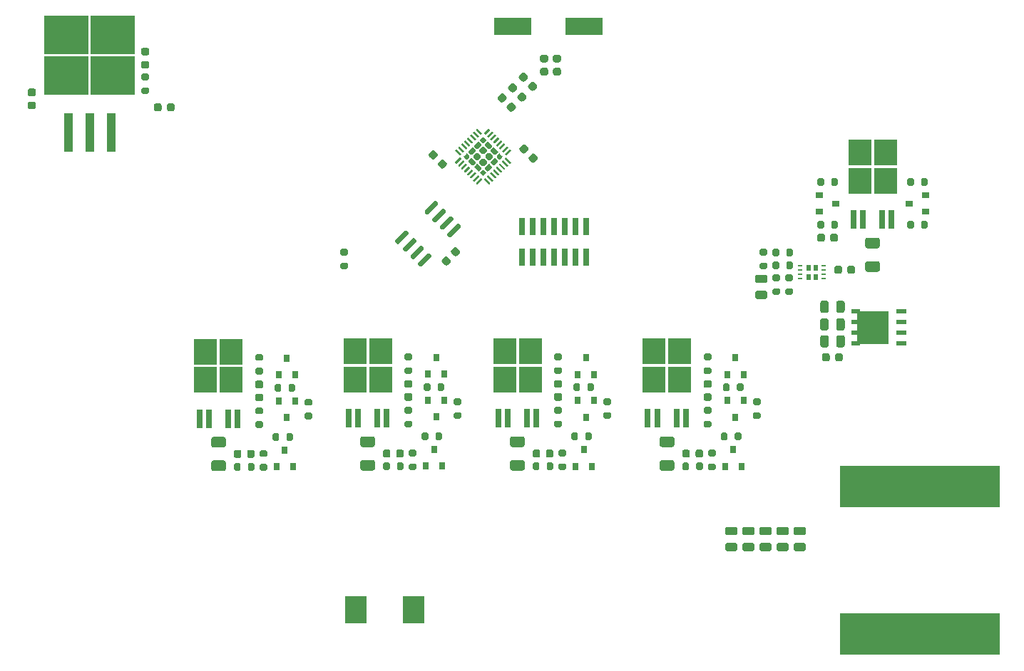
<source format=gbr>
%TF.GenerationSoftware,KiCad,Pcbnew,(5.1.9-0-10_14)*%
%TF.CreationDate,2021-07-17T22:03:01+08:00*%
%TF.ProjectId,pdm,70646d2e-6b69-4636-9164-5f7063625858,rev?*%
%TF.SameCoordinates,Original*%
%TF.FileFunction,Paste,Top*%
%TF.FilePolarity,Positive*%
%FSLAX46Y46*%
G04 Gerber Fmt 4.6, Leading zero omitted, Abs format (unit mm)*
G04 Created by KiCad (PCBNEW (5.1.9-0-10_14)) date 2021-07-17 22:03:01*
%MOMM*%
%LPD*%
G01*
G04 APERTURE LIST*
%ADD10C,0.100000*%
%ADD11R,0.750000X2.100000*%
%ADD12R,19.000000X5.000000*%
%ADD13R,3.810000X3.910000*%
%ADD14R,1.020000X0.610000*%
%ADD15R,1.270000X0.610000*%
%ADD16R,2.500000X3.300000*%
%ADD17R,2.750000X3.050000*%
%ADD18R,0.800000X2.200000*%
%ADD19R,0.900000X0.800000*%
%ADD20R,0.600000X0.800000*%
%ADD21R,0.600000X0.250000*%
%ADD22R,5.250000X4.550000*%
%ADD23R,1.100000X4.600000*%
%ADD24R,0.800000X0.900000*%
%ADD25R,4.500000X2.000000*%
G04 APERTURE END LIST*
D10*
%TO.C,U3*%
G36*
X168055058Y-69188654D02*
G01*
X168037656Y-69197956D01*
X168018772Y-69203685D01*
X167999134Y-69205619D01*
X167979496Y-69203685D01*
X167960612Y-69197956D01*
X167943210Y-69188654D01*
X167927956Y-69176136D01*
X167656998Y-68905178D01*
X167644480Y-68889924D01*
X167635178Y-68872522D01*
X167629449Y-68853638D01*
X167627515Y-68834000D01*
X167629449Y-68814362D01*
X167635178Y-68795478D01*
X167644480Y-68778076D01*
X167656998Y-68762822D01*
X167927956Y-68491864D01*
X167943210Y-68479346D01*
X167960612Y-68470044D01*
X167979496Y-68464315D01*
X167999134Y-68462381D01*
X168018772Y-68464315D01*
X168037656Y-68470044D01*
X168055058Y-68479346D01*
X168070312Y-68491864D01*
X168282303Y-68703856D01*
X168294822Y-68719109D01*
X168304124Y-68736512D01*
X168309852Y-68755395D01*
X168311786Y-68775034D01*
X168311786Y-68892966D01*
X168309852Y-68912605D01*
X168304124Y-68931488D01*
X168294822Y-68948891D01*
X168282303Y-68964144D01*
X168070312Y-69176136D01*
X168055058Y-69188654D01*
G37*
G36*
X169981924Y-71115520D02*
G01*
X169964522Y-71124822D01*
X169945638Y-71130551D01*
X169926000Y-71132485D01*
X169906362Y-71130551D01*
X169887478Y-71124822D01*
X169870076Y-71115520D01*
X169854822Y-71103002D01*
X169583864Y-70832044D01*
X169571346Y-70816790D01*
X169562044Y-70799388D01*
X169556315Y-70780504D01*
X169554381Y-70760866D01*
X169556315Y-70741228D01*
X169562044Y-70722344D01*
X169571346Y-70704942D01*
X169583864Y-70689688D01*
X169795856Y-70477697D01*
X169811109Y-70465178D01*
X169828512Y-70455876D01*
X169847395Y-70450148D01*
X169867034Y-70448214D01*
X169984966Y-70448214D01*
X170004605Y-70450148D01*
X170023488Y-70455876D01*
X170040891Y-70465178D01*
X170056144Y-70477697D01*
X170268136Y-70689688D01*
X170280654Y-70704942D01*
X170289956Y-70722344D01*
X170295685Y-70741228D01*
X170297619Y-70760866D01*
X170295685Y-70780504D01*
X170289956Y-70799388D01*
X170280654Y-70816790D01*
X170268136Y-70832044D01*
X169997178Y-71103002D01*
X169981924Y-71115520D01*
G37*
G36*
X170040891Y-67202822D02*
G01*
X170023488Y-67212124D01*
X170004605Y-67217852D01*
X169984966Y-67219786D01*
X169867034Y-67219786D01*
X169847395Y-67217852D01*
X169828512Y-67212124D01*
X169811109Y-67202822D01*
X169795856Y-67190303D01*
X169583864Y-66978312D01*
X169571346Y-66963058D01*
X169562044Y-66945656D01*
X169556315Y-66926772D01*
X169554381Y-66907134D01*
X169556315Y-66887496D01*
X169562044Y-66868612D01*
X169571346Y-66851210D01*
X169583864Y-66835956D01*
X169854822Y-66564998D01*
X169870076Y-66552480D01*
X169887478Y-66543178D01*
X169906362Y-66537449D01*
X169926000Y-66535515D01*
X169945638Y-66537449D01*
X169964522Y-66543178D01*
X169981924Y-66552480D01*
X169997178Y-66564998D01*
X170268136Y-66835956D01*
X170280654Y-66851210D01*
X170289956Y-66868612D01*
X170295685Y-66887496D01*
X170297619Y-66907134D01*
X170295685Y-66926772D01*
X170289956Y-66945656D01*
X170280654Y-66963058D01*
X170268136Y-66978312D01*
X170056144Y-67190303D01*
X170040891Y-67202822D01*
G37*
G36*
X171908790Y-69188654D02*
G01*
X171891388Y-69197956D01*
X171872504Y-69203685D01*
X171852866Y-69205619D01*
X171833228Y-69203685D01*
X171814344Y-69197956D01*
X171796942Y-69188654D01*
X171781688Y-69176136D01*
X171569697Y-68964144D01*
X171557178Y-68948891D01*
X171547876Y-68931488D01*
X171542148Y-68912605D01*
X171540214Y-68892966D01*
X171540214Y-68775034D01*
X171542148Y-68755395D01*
X171547876Y-68736512D01*
X171557178Y-68719109D01*
X171569697Y-68703856D01*
X171781688Y-68491864D01*
X171796942Y-68479346D01*
X171814344Y-68470044D01*
X171833228Y-68464315D01*
X171852866Y-68462381D01*
X171872504Y-68464315D01*
X171891388Y-68470044D01*
X171908790Y-68479346D01*
X171924044Y-68491864D01*
X172195002Y-68762822D01*
X172207520Y-68778076D01*
X172216822Y-68795478D01*
X172222551Y-68814362D01*
X172224485Y-68834000D01*
X172222551Y-68853638D01*
X172216822Y-68872522D01*
X172207520Y-68889924D01*
X172195002Y-68905178D01*
X171924044Y-69176136D01*
X171908790Y-69188654D01*
G37*
G36*
X168624015Y-68620210D02*
G01*
X168609868Y-68627772D01*
X168594520Y-68632427D01*
X168578557Y-68633999D01*
X168482697Y-68633999D01*
X168466734Y-68632427D01*
X168451386Y-68627772D01*
X168437239Y-68620210D01*
X168424841Y-68610035D01*
X168175169Y-68360363D01*
X168164994Y-68347965D01*
X168157432Y-68333818D01*
X168152777Y-68318470D01*
X168151205Y-68302507D01*
X168152777Y-68286544D01*
X168157432Y-68271196D01*
X168164994Y-68257049D01*
X168175169Y-68244651D01*
X168629545Y-67790275D01*
X168641943Y-67780100D01*
X168656090Y-67772538D01*
X168671438Y-67767883D01*
X168687401Y-67766311D01*
X168703364Y-67767883D01*
X168718712Y-67772538D01*
X168732859Y-67780100D01*
X168745257Y-67790275D01*
X168994929Y-68039947D01*
X169005104Y-68052345D01*
X169012666Y-68066492D01*
X169017321Y-68081840D01*
X169018893Y-68097803D01*
X169018893Y-68193663D01*
X169017321Y-68209626D01*
X169012666Y-68224974D01*
X169005104Y-68239121D01*
X168994929Y-68251519D01*
X168636413Y-68610035D01*
X168624015Y-68620210D01*
G37*
G36*
X169331121Y-67913104D02*
G01*
X169316974Y-67920666D01*
X169301626Y-67925321D01*
X169285663Y-67926893D01*
X169189803Y-67926893D01*
X169173840Y-67925321D01*
X169158492Y-67920666D01*
X169144345Y-67913104D01*
X169131947Y-67902929D01*
X168882275Y-67653257D01*
X168872100Y-67640859D01*
X168864538Y-67626712D01*
X168859883Y-67611364D01*
X168858311Y-67595401D01*
X168859883Y-67579438D01*
X168864538Y-67564090D01*
X168872100Y-67549943D01*
X168882275Y-67537545D01*
X169336651Y-67083169D01*
X169349049Y-67072994D01*
X169363196Y-67065432D01*
X169378544Y-67060777D01*
X169394507Y-67059205D01*
X169410470Y-67060777D01*
X169425818Y-67065432D01*
X169439965Y-67072994D01*
X169452363Y-67083169D01*
X169702035Y-67332841D01*
X169712210Y-67345239D01*
X169719772Y-67359386D01*
X169724427Y-67374734D01*
X169725999Y-67390697D01*
X169725999Y-67486557D01*
X169724427Y-67502520D01*
X169719772Y-67517868D01*
X169712210Y-67532015D01*
X169702035Y-67544413D01*
X169343519Y-67902929D01*
X169331121Y-67913104D01*
G37*
G36*
X170502951Y-70595006D02*
G01*
X170488804Y-70602568D01*
X170473456Y-70607223D01*
X170457493Y-70608795D01*
X170441530Y-70607223D01*
X170426182Y-70602568D01*
X170412035Y-70595006D01*
X170399637Y-70584831D01*
X170149965Y-70335159D01*
X170139790Y-70322761D01*
X170132228Y-70308614D01*
X170127573Y-70293266D01*
X170126001Y-70277303D01*
X170126001Y-70181443D01*
X170127573Y-70165480D01*
X170132228Y-70150132D01*
X170139790Y-70135985D01*
X170149965Y-70123587D01*
X170508481Y-69765071D01*
X170520879Y-69754896D01*
X170535026Y-69747334D01*
X170550374Y-69742679D01*
X170566337Y-69741107D01*
X170662197Y-69741107D01*
X170678160Y-69742679D01*
X170693508Y-69747334D01*
X170707655Y-69754896D01*
X170720053Y-69765071D01*
X170969725Y-70014743D01*
X170979900Y-70027141D01*
X170987462Y-70041288D01*
X170992117Y-70056636D01*
X170993689Y-70072599D01*
X170992117Y-70088562D01*
X170987462Y-70103910D01*
X170979900Y-70118057D01*
X170969725Y-70130455D01*
X170515349Y-70584831D01*
X170502951Y-70595006D01*
G37*
G36*
X171210057Y-69887900D02*
G01*
X171195910Y-69895462D01*
X171180562Y-69900117D01*
X171164599Y-69901689D01*
X171148636Y-69900117D01*
X171133288Y-69895462D01*
X171119141Y-69887900D01*
X171106743Y-69877725D01*
X170857071Y-69628053D01*
X170846896Y-69615655D01*
X170839334Y-69601508D01*
X170834679Y-69586160D01*
X170833107Y-69570197D01*
X170833107Y-69474337D01*
X170834679Y-69458374D01*
X170839334Y-69443026D01*
X170846896Y-69428879D01*
X170857071Y-69416481D01*
X171215587Y-69057965D01*
X171227985Y-69047790D01*
X171242132Y-69040228D01*
X171257480Y-69035573D01*
X171273443Y-69034001D01*
X171369303Y-69034001D01*
X171385266Y-69035573D01*
X171400614Y-69040228D01*
X171414761Y-69047790D01*
X171427159Y-69057965D01*
X171676831Y-69307637D01*
X171687006Y-69320035D01*
X171694568Y-69334182D01*
X171699223Y-69349530D01*
X171700795Y-69365493D01*
X171699223Y-69381456D01*
X171694568Y-69396804D01*
X171687006Y-69410951D01*
X171676831Y-69423349D01*
X171222455Y-69877725D01*
X171210057Y-69887900D01*
G37*
G36*
X168732859Y-69887900D02*
G01*
X168718712Y-69895462D01*
X168703364Y-69900117D01*
X168687401Y-69901689D01*
X168671438Y-69900117D01*
X168656090Y-69895462D01*
X168641943Y-69887900D01*
X168629545Y-69877725D01*
X168175169Y-69423349D01*
X168164994Y-69410951D01*
X168157432Y-69396804D01*
X168152777Y-69381456D01*
X168151205Y-69365493D01*
X168152777Y-69349530D01*
X168157432Y-69334182D01*
X168164994Y-69320035D01*
X168175169Y-69307637D01*
X168424841Y-69057965D01*
X168437239Y-69047790D01*
X168451386Y-69040228D01*
X168466734Y-69035573D01*
X168482697Y-69034001D01*
X168578557Y-69034001D01*
X168594520Y-69035573D01*
X168609868Y-69040228D01*
X168624015Y-69047790D01*
X168636413Y-69057965D01*
X168994929Y-69416481D01*
X169005104Y-69428879D01*
X169012666Y-69443026D01*
X169017321Y-69458374D01*
X169018893Y-69474337D01*
X169018893Y-69570197D01*
X169017321Y-69586160D01*
X169012666Y-69601508D01*
X169005104Y-69615655D01*
X168994929Y-69628053D01*
X168745257Y-69877725D01*
X168732859Y-69887900D01*
G37*
G36*
X169439965Y-70595006D02*
G01*
X169425818Y-70602568D01*
X169410470Y-70607223D01*
X169394507Y-70608795D01*
X169378544Y-70607223D01*
X169363196Y-70602568D01*
X169349049Y-70595006D01*
X169336651Y-70584831D01*
X168882275Y-70130455D01*
X168872100Y-70118057D01*
X168864538Y-70103910D01*
X168859883Y-70088562D01*
X168858311Y-70072599D01*
X168859883Y-70056636D01*
X168864538Y-70041288D01*
X168872100Y-70027141D01*
X168882275Y-70014743D01*
X169131947Y-69765071D01*
X169144345Y-69754896D01*
X169158492Y-69747334D01*
X169173840Y-69742679D01*
X169189803Y-69741107D01*
X169285663Y-69741107D01*
X169301626Y-69742679D01*
X169316974Y-69747334D01*
X169331121Y-69754896D01*
X169343519Y-69765071D01*
X169702035Y-70123587D01*
X169712210Y-70135985D01*
X169719772Y-70150132D01*
X169724427Y-70165480D01*
X169725999Y-70181443D01*
X169725999Y-70277303D01*
X169724427Y-70293266D01*
X169719772Y-70308614D01*
X169712210Y-70322761D01*
X169702035Y-70335159D01*
X169452363Y-70584831D01*
X169439965Y-70595006D01*
G37*
G36*
X170707655Y-67913104D02*
G01*
X170693508Y-67920666D01*
X170678160Y-67925321D01*
X170662197Y-67926893D01*
X170566337Y-67926893D01*
X170550374Y-67925321D01*
X170535026Y-67920666D01*
X170520879Y-67913104D01*
X170508481Y-67902929D01*
X170149965Y-67544413D01*
X170139790Y-67532015D01*
X170132228Y-67517868D01*
X170127573Y-67502520D01*
X170126001Y-67486557D01*
X170126001Y-67390697D01*
X170127573Y-67374734D01*
X170132228Y-67359386D01*
X170139790Y-67345239D01*
X170149965Y-67332841D01*
X170399637Y-67083169D01*
X170412035Y-67072994D01*
X170426182Y-67065432D01*
X170441530Y-67060777D01*
X170457493Y-67059205D01*
X170473456Y-67060777D01*
X170488804Y-67065432D01*
X170502951Y-67072994D01*
X170515349Y-67083169D01*
X170969725Y-67537545D01*
X170979900Y-67549943D01*
X170987462Y-67564090D01*
X170992117Y-67579438D01*
X170993689Y-67595401D01*
X170992117Y-67611364D01*
X170987462Y-67626712D01*
X170979900Y-67640859D01*
X170969725Y-67653257D01*
X170720053Y-67902929D01*
X170707655Y-67913104D01*
G37*
G36*
X171414761Y-68620210D02*
G01*
X171400614Y-68627772D01*
X171385266Y-68632427D01*
X171369303Y-68633999D01*
X171273443Y-68633999D01*
X171257480Y-68632427D01*
X171242132Y-68627772D01*
X171227985Y-68620210D01*
X171215587Y-68610035D01*
X170857071Y-68251519D01*
X170846896Y-68239121D01*
X170839334Y-68224974D01*
X170834679Y-68209626D01*
X170833107Y-68193663D01*
X170833107Y-68097803D01*
X170834679Y-68081840D01*
X170839334Y-68066492D01*
X170846896Y-68052345D01*
X170857071Y-68039947D01*
X171106743Y-67790275D01*
X171119141Y-67780100D01*
X171133288Y-67772538D01*
X171148636Y-67767883D01*
X171164599Y-67766311D01*
X171180562Y-67767883D01*
X171195910Y-67772538D01*
X171210057Y-67780100D01*
X171222455Y-67790275D01*
X171676831Y-68244651D01*
X171687006Y-68257049D01*
X171694568Y-68271196D01*
X171699223Y-68286544D01*
X171700795Y-68302507D01*
X171699223Y-68318470D01*
X171694568Y-68333818D01*
X171687006Y-68347965D01*
X171676831Y-68360363D01*
X171427159Y-68610035D01*
X171414761Y-68620210D01*
G37*
G36*
G01*
X169361415Y-68406433D02*
X169646460Y-68691478D01*
G75*
G02*
X169646460Y-68976522I-142522J-142522D01*
G01*
X169361415Y-69261567D01*
G75*
G02*
X169076371Y-69261567I-142522J142522D01*
G01*
X168791326Y-68976522D01*
G75*
G02*
X168791326Y-68691478I142522J142522D01*
G01*
X169076371Y-68406433D01*
G75*
G02*
X169361415Y-68406433I142522J-142522D01*
G01*
G37*
G36*
G01*
X170068522Y-69113540D02*
X170353567Y-69398585D01*
G75*
G02*
X170353567Y-69683629I-142522J-142522D01*
G01*
X170068522Y-69968674D01*
G75*
G02*
X169783478Y-69968674I-142522J142522D01*
G01*
X169498433Y-69683629D01*
G75*
G02*
X169498433Y-69398585I142522J142522D01*
G01*
X169783478Y-69113540D01*
G75*
G02*
X170068522Y-69113540I142522J-142522D01*
G01*
G37*
G36*
G01*
X170068522Y-67699326D02*
X170353567Y-67984371D01*
G75*
G02*
X170353567Y-68269415I-142522J-142522D01*
G01*
X170068522Y-68554460D01*
G75*
G02*
X169783478Y-68554460I-142522J142522D01*
G01*
X169498433Y-68269415D01*
G75*
G02*
X169498433Y-67984371I142522J142522D01*
G01*
X169783478Y-67699326D01*
G75*
G02*
X170068522Y-67699326I142522J-142522D01*
G01*
G37*
G36*
G01*
X170775629Y-68406433D02*
X171060674Y-68691478D01*
G75*
G02*
X171060674Y-68976522I-142522J-142522D01*
G01*
X170775629Y-69261567D01*
G75*
G02*
X170490585Y-69261567I-142522J142522D01*
G01*
X170205540Y-68976522D01*
G75*
G02*
X170205540Y-68691478I142522J142522D01*
G01*
X170490585Y-68406433D01*
G75*
G02*
X170775629Y-68406433I142522J-142522D01*
G01*
G37*
G36*
G01*
X172710233Y-68966583D02*
X173240563Y-69496913D01*
G75*
G02*
X173240563Y-69585301I-44194J-44194D01*
G01*
X173152175Y-69673689D01*
G75*
G02*
X173063787Y-69673689I-44194J44194D01*
G01*
X172533457Y-69143359D01*
G75*
G02*
X172533457Y-69054971I44194J44194D01*
G01*
X172621845Y-68966583D01*
G75*
G02*
X172710233Y-68966583I44194J-44194D01*
G01*
G37*
G36*
G01*
X172356679Y-69320136D02*
X172887009Y-69850466D01*
G75*
G02*
X172887009Y-69938854I-44194J-44194D01*
G01*
X172798621Y-70027242D01*
G75*
G02*
X172710233Y-70027242I-44194J44194D01*
G01*
X172179903Y-69496912D01*
G75*
G02*
X172179903Y-69408524I44194J44194D01*
G01*
X172268291Y-69320136D01*
G75*
G02*
X172356679Y-69320136I44194J-44194D01*
G01*
G37*
G36*
G01*
X172003126Y-69673690D02*
X172533456Y-70204020D01*
G75*
G02*
X172533456Y-70292408I-44194J-44194D01*
G01*
X172445068Y-70380796D01*
G75*
G02*
X172356680Y-70380796I-44194J44194D01*
G01*
X171826350Y-69850466D01*
G75*
G02*
X171826350Y-69762078I44194J44194D01*
G01*
X171914738Y-69673690D01*
G75*
G02*
X172003126Y-69673690I44194J-44194D01*
G01*
G37*
G36*
G01*
X171649572Y-70027243D02*
X172179902Y-70557573D01*
G75*
G02*
X172179902Y-70645961I-44194J-44194D01*
G01*
X172091514Y-70734349D01*
G75*
G02*
X172003126Y-70734349I-44194J44194D01*
G01*
X171472796Y-70204019D01*
G75*
G02*
X171472796Y-70115631I44194J44194D01*
G01*
X171561184Y-70027243D01*
G75*
G02*
X171649572Y-70027243I44194J-44194D01*
G01*
G37*
G36*
G01*
X171296019Y-70380796D02*
X171826349Y-70911126D01*
G75*
G02*
X171826349Y-70999514I-44194J-44194D01*
G01*
X171737961Y-71087902D01*
G75*
G02*
X171649573Y-71087902I-44194J44194D01*
G01*
X171119243Y-70557572D01*
G75*
G02*
X171119243Y-70469184I44194J44194D01*
G01*
X171207631Y-70380796D01*
G75*
G02*
X171296019Y-70380796I44194J-44194D01*
G01*
G37*
G36*
G01*
X170942466Y-70734350D02*
X171472796Y-71264680D01*
G75*
G02*
X171472796Y-71353068I-44194J-44194D01*
G01*
X171384408Y-71441456D01*
G75*
G02*
X171296020Y-71441456I-44194J44194D01*
G01*
X170765690Y-70911126D01*
G75*
G02*
X170765690Y-70822738I44194J44194D01*
G01*
X170854078Y-70734350D01*
G75*
G02*
X170942466Y-70734350I44194J-44194D01*
G01*
G37*
G36*
G01*
X170588912Y-71087903D02*
X171119242Y-71618233D01*
G75*
G02*
X171119242Y-71706621I-44194J-44194D01*
G01*
X171030854Y-71795009D01*
G75*
G02*
X170942466Y-71795009I-44194J44194D01*
G01*
X170412136Y-71264679D01*
G75*
G02*
X170412136Y-71176291I44194J44194D01*
G01*
X170500524Y-71087903D01*
G75*
G02*
X170588912Y-71087903I44194J-44194D01*
G01*
G37*
G36*
G01*
X170235359Y-71441457D02*
X170765689Y-71971787D01*
G75*
G02*
X170765689Y-72060175I-44194J-44194D01*
G01*
X170677301Y-72148563D01*
G75*
G02*
X170588913Y-72148563I-44194J44194D01*
G01*
X170058583Y-71618233D01*
G75*
G02*
X170058583Y-71529845I44194J44194D01*
G01*
X170146971Y-71441457D01*
G75*
G02*
X170235359Y-71441457I44194J-44194D01*
G01*
G37*
G36*
G01*
X169705029Y-71441457D02*
X169793417Y-71529845D01*
G75*
G02*
X169793417Y-71618233I-44194J-44194D01*
G01*
X169263087Y-72148563D01*
G75*
G02*
X169174699Y-72148563I-44194J44194D01*
G01*
X169086311Y-72060175D01*
G75*
G02*
X169086311Y-71971787I44194J44194D01*
G01*
X169616641Y-71441457D01*
G75*
G02*
X169705029Y-71441457I44194J-44194D01*
G01*
G37*
G36*
G01*
X169351476Y-71087903D02*
X169439864Y-71176291D01*
G75*
G02*
X169439864Y-71264679I-44194J-44194D01*
G01*
X168909534Y-71795009D01*
G75*
G02*
X168821146Y-71795009I-44194J44194D01*
G01*
X168732758Y-71706621D01*
G75*
G02*
X168732758Y-71618233I44194J44194D01*
G01*
X169263088Y-71087903D01*
G75*
G02*
X169351476Y-71087903I44194J-44194D01*
G01*
G37*
G36*
G01*
X168997922Y-70734350D02*
X169086310Y-70822738D01*
G75*
G02*
X169086310Y-70911126I-44194J-44194D01*
G01*
X168555980Y-71441456D01*
G75*
G02*
X168467592Y-71441456I-44194J44194D01*
G01*
X168379204Y-71353068D01*
G75*
G02*
X168379204Y-71264680I44194J44194D01*
G01*
X168909534Y-70734350D01*
G75*
G02*
X168997922Y-70734350I44194J-44194D01*
G01*
G37*
G36*
G01*
X168644369Y-70380796D02*
X168732757Y-70469184D01*
G75*
G02*
X168732757Y-70557572I-44194J-44194D01*
G01*
X168202427Y-71087902D01*
G75*
G02*
X168114039Y-71087902I-44194J44194D01*
G01*
X168025651Y-70999514D01*
G75*
G02*
X168025651Y-70911126I44194J44194D01*
G01*
X168555981Y-70380796D01*
G75*
G02*
X168644369Y-70380796I44194J-44194D01*
G01*
G37*
G36*
G01*
X168290816Y-70027243D02*
X168379204Y-70115631D01*
G75*
G02*
X168379204Y-70204019I-44194J-44194D01*
G01*
X167848874Y-70734349D01*
G75*
G02*
X167760486Y-70734349I-44194J44194D01*
G01*
X167672098Y-70645961D01*
G75*
G02*
X167672098Y-70557573I44194J44194D01*
G01*
X168202428Y-70027243D01*
G75*
G02*
X168290816Y-70027243I44194J-44194D01*
G01*
G37*
G36*
G01*
X167937262Y-69673690D02*
X168025650Y-69762078D01*
G75*
G02*
X168025650Y-69850466I-44194J-44194D01*
G01*
X167495320Y-70380796D01*
G75*
G02*
X167406932Y-70380796I-44194J44194D01*
G01*
X167318544Y-70292408D01*
G75*
G02*
X167318544Y-70204020I44194J44194D01*
G01*
X167848874Y-69673690D01*
G75*
G02*
X167937262Y-69673690I44194J-44194D01*
G01*
G37*
G36*
G01*
X167583709Y-69320136D02*
X167672097Y-69408524D01*
G75*
G02*
X167672097Y-69496912I-44194J-44194D01*
G01*
X167141767Y-70027242D01*
G75*
G02*
X167053379Y-70027242I-44194J44194D01*
G01*
X166964991Y-69938854D01*
G75*
G02*
X166964991Y-69850466I44194J44194D01*
G01*
X167495321Y-69320136D01*
G75*
G02*
X167583709Y-69320136I44194J-44194D01*
G01*
G37*
G36*
G01*
X167230155Y-68966583D02*
X167318543Y-69054971D01*
G75*
G02*
X167318543Y-69143359I-44194J-44194D01*
G01*
X166788213Y-69673689D01*
G75*
G02*
X166699825Y-69673689I-44194J44194D01*
G01*
X166611437Y-69585301D01*
G75*
G02*
X166611437Y-69496913I44194J44194D01*
G01*
X167141767Y-68966583D01*
G75*
G02*
X167230155Y-68966583I44194J-44194D01*
G01*
G37*
G36*
G01*
X166788213Y-67994311D02*
X167318543Y-68524641D01*
G75*
G02*
X167318543Y-68613029I-44194J-44194D01*
G01*
X167230155Y-68701417D01*
G75*
G02*
X167141767Y-68701417I-44194J44194D01*
G01*
X166611437Y-68171087D01*
G75*
G02*
X166611437Y-68082699I44194J44194D01*
G01*
X166699825Y-67994311D01*
G75*
G02*
X166788213Y-67994311I44194J-44194D01*
G01*
G37*
G36*
G01*
X167141767Y-67640758D02*
X167672097Y-68171088D01*
G75*
G02*
X167672097Y-68259476I-44194J-44194D01*
G01*
X167583709Y-68347864D01*
G75*
G02*
X167495321Y-68347864I-44194J44194D01*
G01*
X166964991Y-67817534D01*
G75*
G02*
X166964991Y-67729146I44194J44194D01*
G01*
X167053379Y-67640758D01*
G75*
G02*
X167141767Y-67640758I44194J-44194D01*
G01*
G37*
G36*
G01*
X167495320Y-67287204D02*
X168025650Y-67817534D01*
G75*
G02*
X168025650Y-67905922I-44194J-44194D01*
G01*
X167937262Y-67994310D01*
G75*
G02*
X167848874Y-67994310I-44194J44194D01*
G01*
X167318544Y-67463980D01*
G75*
G02*
X167318544Y-67375592I44194J44194D01*
G01*
X167406932Y-67287204D01*
G75*
G02*
X167495320Y-67287204I44194J-44194D01*
G01*
G37*
G36*
G01*
X167848874Y-66933651D02*
X168379204Y-67463981D01*
G75*
G02*
X168379204Y-67552369I-44194J-44194D01*
G01*
X168290816Y-67640757D01*
G75*
G02*
X168202428Y-67640757I-44194J44194D01*
G01*
X167672098Y-67110427D01*
G75*
G02*
X167672098Y-67022039I44194J44194D01*
G01*
X167760486Y-66933651D01*
G75*
G02*
X167848874Y-66933651I44194J-44194D01*
G01*
G37*
G36*
G01*
X168202427Y-66580098D02*
X168732757Y-67110428D01*
G75*
G02*
X168732757Y-67198816I-44194J-44194D01*
G01*
X168644369Y-67287204D01*
G75*
G02*
X168555981Y-67287204I-44194J44194D01*
G01*
X168025651Y-66756874D01*
G75*
G02*
X168025651Y-66668486I44194J44194D01*
G01*
X168114039Y-66580098D01*
G75*
G02*
X168202427Y-66580098I44194J-44194D01*
G01*
G37*
G36*
G01*
X168555980Y-66226544D02*
X169086310Y-66756874D01*
G75*
G02*
X169086310Y-66845262I-44194J-44194D01*
G01*
X168997922Y-66933650D01*
G75*
G02*
X168909534Y-66933650I-44194J44194D01*
G01*
X168379204Y-66403320D01*
G75*
G02*
X168379204Y-66314932I44194J44194D01*
G01*
X168467592Y-66226544D01*
G75*
G02*
X168555980Y-66226544I44194J-44194D01*
G01*
G37*
G36*
G01*
X168909534Y-65872991D02*
X169439864Y-66403321D01*
G75*
G02*
X169439864Y-66491709I-44194J-44194D01*
G01*
X169351476Y-66580097D01*
G75*
G02*
X169263088Y-66580097I-44194J44194D01*
G01*
X168732758Y-66049767D01*
G75*
G02*
X168732758Y-65961379I44194J44194D01*
G01*
X168821146Y-65872991D01*
G75*
G02*
X168909534Y-65872991I44194J-44194D01*
G01*
G37*
G36*
G01*
X169263087Y-65519437D02*
X169793417Y-66049767D01*
G75*
G02*
X169793417Y-66138155I-44194J-44194D01*
G01*
X169705029Y-66226543D01*
G75*
G02*
X169616641Y-66226543I-44194J44194D01*
G01*
X169086311Y-65696213D01*
G75*
G02*
X169086311Y-65607825I44194J44194D01*
G01*
X169174699Y-65519437D01*
G75*
G02*
X169263087Y-65519437I44194J-44194D01*
G01*
G37*
G36*
G01*
X170677301Y-65519437D02*
X170765689Y-65607825D01*
G75*
G02*
X170765689Y-65696213I-44194J-44194D01*
G01*
X170235359Y-66226543D01*
G75*
G02*
X170146971Y-66226543I-44194J44194D01*
G01*
X170058583Y-66138155D01*
G75*
G02*
X170058583Y-66049767I44194J44194D01*
G01*
X170588913Y-65519437D01*
G75*
G02*
X170677301Y-65519437I44194J-44194D01*
G01*
G37*
G36*
G01*
X171030854Y-65872991D02*
X171119242Y-65961379D01*
G75*
G02*
X171119242Y-66049767I-44194J-44194D01*
G01*
X170588912Y-66580097D01*
G75*
G02*
X170500524Y-66580097I-44194J44194D01*
G01*
X170412136Y-66491709D01*
G75*
G02*
X170412136Y-66403321I44194J44194D01*
G01*
X170942466Y-65872991D01*
G75*
G02*
X171030854Y-65872991I44194J-44194D01*
G01*
G37*
G36*
G01*
X171384408Y-66226544D02*
X171472796Y-66314932D01*
G75*
G02*
X171472796Y-66403320I-44194J-44194D01*
G01*
X170942466Y-66933650D01*
G75*
G02*
X170854078Y-66933650I-44194J44194D01*
G01*
X170765690Y-66845262D01*
G75*
G02*
X170765690Y-66756874I44194J44194D01*
G01*
X171296020Y-66226544D01*
G75*
G02*
X171384408Y-66226544I44194J-44194D01*
G01*
G37*
G36*
G01*
X171737961Y-66580098D02*
X171826349Y-66668486D01*
G75*
G02*
X171826349Y-66756874I-44194J-44194D01*
G01*
X171296019Y-67287204D01*
G75*
G02*
X171207631Y-67287204I-44194J44194D01*
G01*
X171119243Y-67198816D01*
G75*
G02*
X171119243Y-67110428I44194J44194D01*
G01*
X171649573Y-66580098D01*
G75*
G02*
X171737961Y-66580098I44194J-44194D01*
G01*
G37*
G36*
G01*
X172091514Y-66933651D02*
X172179902Y-67022039D01*
G75*
G02*
X172179902Y-67110427I-44194J-44194D01*
G01*
X171649572Y-67640757D01*
G75*
G02*
X171561184Y-67640757I-44194J44194D01*
G01*
X171472796Y-67552369D01*
G75*
G02*
X171472796Y-67463981I44194J44194D01*
G01*
X172003126Y-66933651D01*
G75*
G02*
X172091514Y-66933651I44194J-44194D01*
G01*
G37*
G36*
G01*
X172445068Y-67287204D02*
X172533456Y-67375592D01*
G75*
G02*
X172533456Y-67463980I-44194J-44194D01*
G01*
X172003126Y-67994310D01*
G75*
G02*
X171914738Y-67994310I-44194J44194D01*
G01*
X171826350Y-67905922D01*
G75*
G02*
X171826350Y-67817534I44194J44194D01*
G01*
X172356680Y-67287204D01*
G75*
G02*
X172445068Y-67287204I44194J-44194D01*
G01*
G37*
G36*
G01*
X172798621Y-67640758D02*
X172887009Y-67729146D01*
G75*
G02*
X172887009Y-67817534I-44194J-44194D01*
G01*
X172356679Y-68347864D01*
G75*
G02*
X172268291Y-68347864I-44194J44194D01*
G01*
X172179903Y-68259476D01*
G75*
G02*
X172179903Y-68171088I44194J44194D01*
G01*
X172710233Y-67640758D01*
G75*
G02*
X172798621Y-67640758I44194J-44194D01*
G01*
G37*
G36*
G01*
X173152175Y-67994311D02*
X173240563Y-68082699D01*
G75*
G02*
X173240563Y-68171087I-44194J-44194D01*
G01*
X172710233Y-68701417D01*
G75*
G02*
X172621845Y-68701417I-44194J44194D01*
G01*
X172533457Y-68613029D01*
G75*
G02*
X172533457Y-68524641I44194J44194D01*
G01*
X173063787Y-67994311D01*
G75*
G02*
X173152175Y-67994311I44194J-44194D01*
G01*
G37*
%TD*%
D11*
%TO.C,J2*%
X182118000Y-80794000D03*
X182118000Y-77194000D03*
X180848000Y-80794000D03*
X180848000Y-77194000D03*
X179578000Y-80794000D03*
X179578000Y-77194000D03*
X178308000Y-80794000D03*
X178308000Y-77194000D03*
X177038000Y-80794000D03*
X177038000Y-77194000D03*
X175768000Y-80794000D03*
X175768000Y-77194000D03*
X174498000Y-80794000D03*
X174498000Y-77194000D03*
%TD*%
%TO.C,C10*%
G36*
G01*
X175206967Y-59537413D02*
X174853413Y-59890967D01*
G75*
G02*
X174535215Y-59890967I-159099J159099D01*
G01*
X174217017Y-59572769D01*
G75*
G02*
X174217017Y-59254571I159099J159099D01*
G01*
X174570571Y-58901017D01*
G75*
G02*
X174888769Y-58901017I159099J-159099D01*
G01*
X175206967Y-59219215D01*
G75*
G02*
X175206967Y-59537413I-159099J-159099D01*
G01*
G37*
G36*
G01*
X176302983Y-60633429D02*
X175949429Y-60986983D01*
G75*
G02*
X175631231Y-60986983I-159099J159099D01*
G01*
X175313033Y-60668785D01*
G75*
G02*
X175313033Y-60350587I159099J159099D01*
G01*
X175666587Y-59997033D01*
G75*
G02*
X175984785Y-59997033I159099J-159099D01*
G01*
X176302983Y-60315231D01*
G75*
G02*
X176302983Y-60633429I-159099J-159099D01*
G01*
G37*
%TD*%
%TO.C,C26*%
G36*
G01*
X203929000Y-113850000D02*
X202979000Y-113850000D01*
G75*
G02*
X202729000Y-113600000I0J250000D01*
G01*
X202729000Y-113100000D01*
G75*
G02*
X202979000Y-112850000I250000J0D01*
G01*
X203929000Y-112850000D01*
G75*
G02*
X204179000Y-113100000I0J-250000D01*
G01*
X204179000Y-113600000D01*
G75*
G02*
X203929000Y-113850000I-250000J0D01*
G01*
G37*
G36*
G01*
X203929000Y-115750000D02*
X202979000Y-115750000D01*
G75*
G02*
X202729000Y-115500000I0J250000D01*
G01*
X202729000Y-115000000D01*
G75*
G02*
X202979000Y-114750000I250000J0D01*
G01*
X203929000Y-114750000D01*
G75*
G02*
X204179000Y-115000000I0J-250000D01*
G01*
X204179000Y-115500000D01*
G75*
G02*
X203929000Y-115750000I-250000J0D01*
G01*
G37*
%TD*%
%TO.C,C25*%
G36*
G01*
X205961000Y-113850000D02*
X205011000Y-113850000D01*
G75*
G02*
X204761000Y-113600000I0J250000D01*
G01*
X204761000Y-113100000D01*
G75*
G02*
X205011000Y-112850000I250000J0D01*
G01*
X205961000Y-112850000D01*
G75*
G02*
X206211000Y-113100000I0J-250000D01*
G01*
X206211000Y-113600000D01*
G75*
G02*
X205961000Y-113850000I-250000J0D01*
G01*
G37*
G36*
G01*
X205961000Y-115750000D02*
X205011000Y-115750000D01*
G75*
G02*
X204761000Y-115500000I0J250000D01*
G01*
X204761000Y-115000000D01*
G75*
G02*
X205011000Y-114750000I250000J0D01*
G01*
X205961000Y-114750000D01*
G75*
G02*
X206211000Y-115000000I0J-250000D01*
G01*
X206211000Y-115500000D01*
G75*
G02*
X205961000Y-115750000I-250000J0D01*
G01*
G37*
%TD*%
%TO.C,C22*%
G36*
G01*
X199865000Y-113850000D02*
X198915000Y-113850000D01*
G75*
G02*
X198665000Y-113600000I0J250000D01*
G01*
X198665000Y-113100000D01*
G75*
G02*
X198915000Y-112850000I250000J0D01*
G01*
X199865000Y-112850000D01*
G75*
G02*
X200115000Y-113100000I0J-250000D01*
G01*
X200115000Y-113600000D01*
G75*
G02*
X199865000Y-113850000I-250000J0D01*
G01*
G37*
G36*
G01*
X199865000Y-115750000D02*
X198915000Y-115750000D01*
G75*
G02*
X198665000Y-115500000I0J250000D01*
G01*
X198665000Y-115000000D01*
G75*
G02*
X198915000Y-114750000I250000J0D01*
G01*
X199865000Y-114750000D01*
G75*
G02*
X200115000Y-115000000I0J-250000D01*
G01*
X200115000Y-115500000D01*
G75*
G02*
X199865000Y-115750000I-250000J0D01*
G01*
G37*
%TD*%
%TO.C,C21*%
G36*
G01*
X201897000Y-113850000D02*
X200947000Y-113850000D01*
G75*
G02*
X200697000Y-113600000I0J250000D01*
G01*
X200697000Y-113100000D01*
G75*
G02*
X200947000Y-112850000I250000J0D01*
G01*
X201897000Y-112850000D01*
G75*
G02*
X202147000Y-113100000I0J-250000D01*
G01*
X202147000Y-113600000D01*
G75*
G02*
X201897000Y-113850000I-250000J0D01*
G01*
G37*
G36*
G01*
X201897000Y-115750000D02*
X200947000Y-115750000D01*
G75*
G02*
X200697000Y-115500000I0J250000D01*
G01*
X200697000Y-115000000D01*
G75*
G02*
X200947000Y-114750000I250000J0D01*
G01*
X201897000Y-114750000D01*
G75*
G02*
X202147000Y-115000000I0J-250000D01*
G01*
X202147000Y-115500000D01*
G75*
G02*
X201897000Y-115750000I-250000J0D01*
G01*
G37*
%TD*%
%TO.C,C20*%
G36*
G01*
X203421000Y-83878000D02*
X202471000Y-83878000D01*
G75*
G02*
X202221000Y-83628000I0J250000D01*
G01*
X202221000Y-83128000D01*
G75*
G02*
X202471000Y-82878000I250000J0D01*
G01*
X203421000Y-82878000D01*
G75*
G02*
X203671000Y-83128000I0J-250000D01*
G01*
X203671000Y-83628000D01*
G75*
G02*
X203421000Y-83878000I-250000J0D01*
G01*
G37*
G36*
G01*
X203421000Y-85778000D02*
X202471000Y-85778000D01*
G75*
G02*
X202221000Y-85528000I0J250000D01*
G01*
X202221000Y-85028000D01*
G75*
G02*
X202471000Y-84778000I250000J0D01*
G01*
X203421000Y-84778000D01*
G75*
G02*
X203671000Y-85028000I0J-250000D01*
G01*
X203671000Y-85528000D01*
G75*
G02*
X203421000Y-85778000I-250000J0D01*
G01*
G37*
%TD*%
%TO.C,C8*%
G36*
G01*
X172666967Y-62015782D02*
X172313413Y-62369336D01*
G75*
G02*
X171995215Y-62369336I-159099J159099D01*
G01*
X171677017Y-62051138D01*
G75*
G02*
X171677017Y-61732940I159099J159099D01*
G01*
X172030571Y-61379386D01*
G75*
G02*
X172348769Y-61379386I159099J-159099D01*
G01*
X172666967Y-61697584D01*
G75*
G02*
X172666967Y-62015782I-159099J-159099D01*
G01*
G37*
G36*
G01*
X173762983Y-63111798D02*
X173409429Y-63465352D01*
G75*
G02*
X173091231Y-63465352I-159099J159099D01*
G01*
X172773033Y-63147154D01*
G75*
G02*
X172773033Y-62828956I159099J159099D01*
G01*
X173126587Y-62475402D01*
G75*
G02*
X173444785Y-62475402I159099J-159099D01*
G01*
X173762983Y-62793600D01*
G75*
G02*
X173762983Y-63111798I-159099J-159099D01*
G01*
G37*
%TD*%
%TO.C,C7*%
G36*
G01*
X173936967Y-60807413D02*
X173583413Y-61160967D01*
G75*
G02*
X173265215Y-61160967I-159099J159099D01*
G01*
X172947017Y-60842769D01*
G75*
G02*
X172947017Y-60524571I159099J159099D01*
G01*
X173300571Y-60171017D01*
G75*
G02*
X173618769Y-60171017I159099J-159099D01*
G01*
X173936967Y-60489215D01*
G75*
G02*
X173936967Y-60807413I-159099J-159099D01*
G01*
G37*
G36*
G01*
X175032983Y-61903429D02*
X174679429Y-62256983D01*
G75*
G02*
X174361231Y-62256983I-159099J159099D01*
G01*
X174043033Y-61938785D01*
G75*
G02*
X174043033Y-61620587I159099J159099D01*
G01*
X174396587Y-61267033D01*
G75*
G02*
X174714785Y-61267033I159099J-159099D01*
G01*
X175032983Y-61585231D01*
G75*
G02*
X175032983Y-61903429I-159099J-159099D01*
G01*
G37*
%TD*%
%TO.C,C5*%
G36*
G01*
X175367187Y-68881377D02*
X175720741Y-68527823D01*
G75*
G02*
X176038939Y-68527823I159099J-159099D01*
G01*
X176357137Y-68846021D01*
G75*
G02*
X176357137Y-69164219I-159099J-159099D01*
G01*
X176003583Y-69517773D01*
G75*
G02*
X175685385Y-69517773I-159099J159099D01*
G01*
X175367187Y-69199575D01*
G75*
G02*
X175367187Y-68881377I159099J159099D01*
G01*
G37*
G36*
G01*
X174271171Y-67785361D02*
X174624725Y-67431807D01*
G75*
G02*
X174942923Y-67431807I159099J-159099D01*
G01*
X175261121Y-67750005D01*
G75*
G02*
X175261121Y-68068203I-159099J-159099D01*
G01*
X174907567Y-68421757D01*
G75*
G02*
X174589369Y-68421757I-159099J159099D01*
G01*
X174271171Y-68103559D01*
G75*
G02*
X174271171Y-67785361I159099J159099D01*
G01*
G37*
%TD*%
%TO.C,C4*%
G36*
G01*
X164484813Y-68786623D02*
X164131259Y-69140177D01*
G75*
G02*
X163813061Y-69140177I-159099J159099D01*
G01*
X163494863Y-68821979D01*
G75*
G02*
X163494863Y-68503781I159099J159099D01*
G01*
X163848417Y-68150227D01*
G75*
G02*
X164166615Y-68150227I159099J-159099D01*
G01*
X164484813Y-68468425D01*
G75*
G02*
X164484813Y-68786623I-159099J-159099D01*
G01*
G37*
G36*
G01*
X165580829Y-69882639D02*
X165227275Y-70236193D01*
G75*
G02*
X164909077Y-70236193I-159099J159099D01*
G01*
X164590879Y-69917995D01*
G75*
G02*
X164590879Y-69599797I159099J159099D01*
G01*
X164944433Y-69246243D01*
G75*
G02*
X165262631Y-69246243I159099J-159099D01*
G01*
X165580829Y-69564441D01*
G75*
G02*
X165580829Y-69882639I-159099J-159099D01*
G01*
G37*
%TD*%
D12*
%TO.C,L1*%
X221772000Y-125590000D03*
X221772000Y-108090000D03*
%TD*%
%TO.C,C23*%
G36*
G01*
X207993000Y-113850000D02*
X207043000Y-113850000D01*
G75*
G02*
X206793000Y-113600000I0J250000D01*
G01*
X206793000Y-113100000D01*
G75*
G02*
X207043000Y-112850000I250000J0D01*
G01*
X207993000Y-112850000D01*
G75*
G02*
X208243000Y-113100000I0J-250000D01*
G01*
X208243000Y-113600000D01*
G75*
G02*
X207993000Y-113850000I-250000J0D01*
G01*
G37*
G36*
G01*
X207993000Y-115750000D02*
X207043000Y-115750000D01*
G75*
G02*
X206793000Y-115500000I0J250000D01*
G01*
X206793000Y-115000000D01*
G75*
G02*
X207043000Y-114750000I250000J0D01*
G01*
X207993000Y-114750000D01*
G75*
G02*
X208243000Y-115000000I0J-250000D01*
G01*
X208243000Y-115500000D01*
G75*
G02*
X207993000Y-115750000I-250000J0D01*
G01*
G37*
%TD*%
%TO.C,C18*%
G36*
G01*
X211850000Y-89275000D02*
X211850000Y-88325000D01*
G75*
G02*
X212100000Y-88075000I250000J0D01*
G01*
X212600000Y-88075000D01*
G75*
G02*
X212850000Y-88325000I0J-250000D01*
G01*
X212850000Y-89275000D01*
G75*
G02*
X212600000Y-89525000I-250000J0D01*
G01*
X212100000Y-89525000D01*
G75*
G02*
X211850000Y-89275000I0J250000D01*
G01*
G37*
G36*
G01*
X209950000Y-89275000D02*
X209950000Y-88325000D01*
G75*
G02*
X210200000Y-88075000I250000J0D01*
G01*
X210700000Y-88075000D01*
G75*
G02*
X210950000Y-88325000I0J-250000D01*
G01*
X210950000Y-89275000D01*
G75*
G02*
X210700000Y-89525000I-250000J0D01*
G01*
X210200000Y-89525000D01*
G75*
G02*
X209950000Y-89275000I0J250000D01*
G01*
G37*
%TD*%
%TO.C,C16*%
G36*
G01*
X211850000Y-87175000D02*
X211850000Y-86225000D01*
G75*
G02*
X212100000Y-85975000I250000J0D01*
G01*
X212600000Y-85975000D01*
G75*
G02*
X212850000Y-86225000I0J-250000D01*
G01*
X212850000Y-87175000D01*
G75*
G02*
X212600000Y-87425000I-250000J0D01*
G01*
X212100000Y-87425000D01*
G75*
G02*
X211850000Y-87175000I0J250000D01*
G01*
G37*
G36*
G01*
X209950000Y-87175000D02*
X209950000Y-86225000D01*
G75*
G02*
X210200000Y-85975000I250000J0D01*
G01*
X210700000Y-85975000D01*
G75*
G02*
X210950000Y-86225000I0J-250000D01*
G01*
X210950000Y-87175000D01*
G75*
G02*
X210700000Y-87425000I-250000J0D01*
G01*
X210200000Y-87425000D01*
G75*
G02*
X209950000Y-87175000I0J250000D01*
G01*
G37*
%TD*%
%TO.C,C12*%
G36*
G01*
X211850000Y-91275000D02*
X211850000Y-90325000D01*
G75*
G02*
X212100000Y-90075000I250000J0D01*
G01*
X212600000Y-90075000D01*
G75*
G02*
X212850000Y-90325000I0J-250000D01*
G01*
X212850000Y-91275000D01*
G75*
G02*
X212600000Y-91525000I-250000J0D01*
G01*
X212100000Y-91525000D01*
G75*
G02*
X211850000Y-91275000I0J250000D01*
G01*
G37*
G36*
G01*
X209950000Y-91275000D02*
X209950000Y-90325000D01*
G75*
G02*
X210200000Y-90075000I250000J0D01*
G01*
X210700000Y-90075000D01*
G75*
G02*
X210950000Y-90325000I0J-250000D01*
G01*
X210950000Y-91275000D01*
G75*
G02*
X210700000Y-91525000I-250000J0D01*
G01*
X210200000Y-91525000D01*
G75*
G02*
X209950000Y-91275000I0J250000D01*
G01*
G37*
%TD*%
D13*
%TO.C,Q15*%
X216226000Y-89154000D03*
D14*
X214121000Y-91059000D03*
X214121000Y-89789000D03*
X214121000Y-88519000D03*
X214121000Y-87249000D03*
D15*
X219586000Y-87249000D03*
X219586000Y-88519000D03*
X219586000Y-89789000D03*
X219586000Y-91059000D03*
%TD*%
D16*
%TO.C,D2*%
X161642000Y-122682000D03*
X154842000Y-122682000D03*
%TD*%
D17*
%TO.C,U7*%
X217679000Y-71711000D03*
X214629000Y-68361000D03*
X214629000Y-71711000D03*
X217679000Y-68361000D03*
D18*
X218434000Y-76336000D03*
X217294000Y-76336000D03*
X215014000Y-76336000D03*
X213874000Y-76336000D03*
%TD*%
%TO.C,R31*%
G36*
G01*
X221063000Y-76687000D02*
X221063000Y-77237000D01*
G75*
G02*
X220863000Y-77437000I-200000J0D01*
G01*
X220463000Y-77437000D01*
G75*
G02*
X220263000Y-77237000I0J200000D01*
G01*
X220263000Y-76687000D01*
G75*
G02*
X220463000Y-76487000I200000J0D01*
G01*
X220863000Y-76487000D01*
G75*
G02*
X221063000Y-76687000I0J-200000D01*
G01*
G37*
G36*
G01*
X222713000Y-76687000D02*
X222713000Y-77237000D01*
G75*
G02*
X222513000Y-77437000I-200000J0D01*
G01*
X222113000Y-77437000D01*
G75*
G02*
X221913000Y-77237000I0J200000D01*
G01*
X221913000Y-76687000D01*
G75*
G02*
X222113000Y-76487000I200000J0D01*
G01*
X222513000Y-76487000D01*
G75*
G02*
X222713000Y-76687000I0J-200000D01*
G01*
G37*
%TD*%
%TO.C,R30*%
G36*
G01*
X221913000Y-72157000D02*
X221913000Y-71607000D01*
G75*
G02*
X222113000Y-71407000I200000J0D01*
G01*
X222513000Y-71407000D01*
G75*
G02*
X222713000Y-71607000I0J-200000D01*
G01*
X222713000Y-72157000D01*
G75*
G02*
X222513000Y-72357000I-200000J0D01*
G01*
X222113000Y-72357000D01*
G75*
G02*
X221913000Y-72157000I0J200000D01*
G01*
G37*
G36*
G01*
X220263000Y-72157000D02*
X220263000Y-71607000D01*
G75*
G02*
X220463000Y-71407000I200000J0D01*
G01*
X220863000Y-71407000D01*
G75*
G02*
X221063000Y-71607000I0J-200000D01*
G01*
X221063000Y-72157000D01*
G75*
G02*
X220863000Y-72357000I-200000J0D01*
G01*
X220463000Y-72357000D01*
G75*
G02*
X220263000Y-72157000I0J200000D01*
G01*
G37*
%TD*%
%TO.C,R9*%
G36*
G01*
X210395000Y-76687000D02*
X210395000Y-77237000D01*
G75*
G02*
X210195000Y-77437000I-200000J0D01*
G01*
X209795000Y-77437000D01*
G75*
G02*
X209595000Y-77237000I0J200000D01*
G01*
X209595000Y-76687000D01*
G75*
G02*
X209795000Y-76487000I200000J0D01*
G01*
X210195000Y-76487000D01*
G75*
G02*
X210395000Y-76687000I0J-200000D01*
G01*
G37*
G36*
G01*
X212045000Y-76687000D02*
X212045000Y-77237000D01*
G75*
G02*
X211845000Y-77437000I-200000J0D01*
G01*
X211445000Y-77437000D01*
G75*
G02*
X211245000Y-77237000I0J200000D01*
G01*
X211245000Y-76687000D01*
G75*
G02*
X211445000Y-76487000I200000J0D01*
G01*
X211845000Y-76487000D01*
G75*
G02*
X212045000Y-76687000I0J-200000D01*
G01*
G37*
%TD*%
%TO.C,R8*%
G36*
G01*
X210395000Y-71606999D02*
X210395000Y-72156999D01*
G75*
G02*
X210195000Y-72356999I-200000J0D01*
G01*
X209795000Y-72356999D01*
G75*
G02*
X209595000Y-72156999I0J200000D01*
G01*
X209595000Y-71606999D01*
G75*
G02*
X209795000Y-71406999I200000J0D01*
G01*
X210195000Y-71406999D01*
G75*
G02*
X210395000Y-71606999I0J-200000D01*
G01*
G37*
G36*
G01*
X212045000Y-71606999D02*
X212045000Y-72156999D01*
G75*
G02*
X211845000Y-72356999I-200000J0D01*
G01*
X211445000Y-72356999D01*
G75*
G02*
X211245000Y-72156999I0J200000D01*
G01*
X211245000Y-71606999D01*
G75*
G02*
X211445000Y-71406999I200000J0D01*
G01*
X211845000Y-71406999D01*
G75*
G02*
X212045000Y-71606999I0J-200000D01*
G01*
G37*
%TD*%
D19*
%TO.C,Q11*%
X211820000Y-74422000D03*
X209820000Y-75372000D03*
X209820000Y-73472000D03*
%TD*%
%TO.C,Q10*%
X220488000Y-74422000D03*
X222488000Y-73472000D03*
X222488000Y-75372000D03*
%TD*%
%TO.C,C17*%
G36*
G01*
X210495000Y-78236001D02*
X210495000Y-78736001D01*
G75*
G02*
X210270000Y-78961001I-225000J0D01*
G01*
X209820000Y-78961001D01*
G75*
G02*
X209595000Y-78736001I0J225000D01*
G01*
X209595000Y-78236001D01*
G75*
G02*
X209820000Y-78011001I225000J0D01*
G01*
X210270000Y-78011001D01*
G75*
G02*
X210495000Y-78236001I0J-225000D01*
G01*
G37*
G36*
G01*
X212045000Y-78236001D02*
X212045000Y-78736001D01*
G75*
G02*
X211820000Y-78961001I-225000J0D01*
G01*
X211370000Y-78961001D01*
G75*
G02*
X211145000Y-78736001I0J225000D01*
G01*
X211145000Y-78236001D01*
G75*
G02*
X211370000Y-78011001I225000J0D01*
G01*
X211820000Y-78011001D01*
G75*
G02*
X212045000Y-78236001I0J-225000D01*
G01*
G37*
%TD*%
D20*
%TO.C,U8*%
X209434000Y-83142000D03*
X208534000Y-83142000D03*
X209434000Y-82042000D03*
X208534000Y-82042000D03*
D21*
X210384000Y-82842000D03*
X210384000Y-83342000D03*
X207584000Y-83342000D03*
X207584000Y-82342000D03*
X207584000Y-81842000D03*
X210384000Y-81842000D03*
X210384000Y-82342000D03*
X207584000Y-82842000D03*
%TD*%
%TO.C,R37*%
G36*
G01*
X202925000Y-81451000D02*
X203475000Y-81451000D01*
G75*
G02*
X203675000Y-81651000I0J-200000D01*
G01*
X203675000Y-82051000D01*
G75*
G02*
X203475000Y-82251000I-200000J0D01*
G01*
X202925000Y-82251000D01*
G75*
G02*
X202725000Y-82051000I0J200000D01*
G01*
X202725000Y-81651000D01*
G75*
G02*
X202925000Y-81451000I200000J0D01*
G01*
G37*
G36*
G01*
X202925000Y-79801000D02*
X203475000Y-79801000D01*
G75*
G02*
X203675000Y-80001000I0J-200000D01*
G01*
X203675000Y-80401000D01*
G75*
G02*
X203475000Y-80601000I-200000J0D01*
G01*
X202925000Y-80601000D01*
G75*
G02*
X202725000Y-80401000I0J200000D01*
G01*
X202725000Y-80001000D01*
G75*
G02*
X202925000Y-79801000I200000J0D01*
G01*
G37*
%TD*%
%TO.C,R36*%
G36*
G01*
X205973000Y-84499000D02*
X206523000Y-84499000D01*
G75*
G02*
X206723000Y-84699000I0J-200000D01*
G01*
X206723000Y-85099000D01*
G75*
G02*
X206523000Y-85299000I-200000J0D01*
G01*
X205973000Y-85299000D01*
G75*
G02*
X205773000Y-85099000I0J200000D01*
G01*
X205773000Y-84699000D01*
G75*
G02*
X205973000Y-84499000I200000J0D01*
G01*
G37*
G36*
G01*
X205973000Y-82849000D02*
X206523000Y-82849000D01*
G75*
G02*
X206723000Y-83049000I0J-200000D01*
G01*
X206723000Y-83449000D01*
G75*
G02*
X206523000Y-83649000I-200000J0D01*
G01*
X205973000Y-83649000D01*
G75*
G02*
X205773000Y-83449000I0J200000D01*
G01*
X205773000Y-83049000D01*
G75*
G02*
X205973000Y-82849000I200000J0D01*
G01*
G37*
%TD*%
%TO.C,R35*%
G36*
G01*
X204999000Y-83649000D02*
X204449000Y-83649000D01*
G75*
G02*
X204249000Y-83449000I0J200000D01*
G01*
X204249000Y-83049000D01*
G75*
G02*
X204449000Y-82849000I200000J0D01*
G01*
X204999000Y-82849000D01*
G75*
G02*
X205199000Y-83049000I0J-200000D01*
G01*
X205199000Y-83449000D01*
G75*
G02*
X204999000Y-83649000I-200000J0D01*
G01*
G37*
G36*
G01*
X204999000Y-85299000D02*
X204449000Y-85299000D01*
G75*
G02*
X204249000Y-85099000I0J200000D01*
G01*
X204249000Y-84699000D01*
G75*
G02*
X204449000Y-84499000I200000J0D01*
G01*
X204999000Y-84499000D01*
G75*
G02*
X205199000Y-84699000I0J-200000D01*
G01*
X205199000Y-85099000D01*
G75*
G02*
X204999000Y-85299000I-200000J0D01*
G01*
G37*
%TD*%
%TO.C,R33*%
G36*
G01*
X205061000Y-79989000D02*
X205061000Y-80539000D01*
G75*
G02*
X204861000Y-80739000I-200000J0D01*
G01*
X204461000Y-80739000D01*
G75*
G02*
X204261000Y-80539000I0J200000D01*
G01*
X204261000Y-79989000D01*
G75*
G02*
X204461000Y-79789000I200000J0D01*
G01*
X204861000Y-79789000D01*
G75*
G02*
X205061000Y-79989000I0J-200000D01*
G01*
G37*
G36*
G01*
X206711000Y-79989000D02*
X206711000Y-80539000D01*
G75*
G02*
X206511000Y-80739000I-200000J0D01*
G01*
X206111000Y-80739000D01*
G75*
G02*
X205911000Y-80539000I0J200000D01*
G01*
X205911000Y-79989000D01*
G75*
G02*
X206111000Y-79789000I200000J0D01*
G01*
X206511000Y-79789000D01*
G75*
G02*
X206711000Y-79989000I0J-200000D01*
G01*
G37*
%TD*%
%TO.C,R32*%
G36*
G01*
X205911000Y-82063000D02*
X205911000Y-81513000D01*
G75*
G02*
X206111000Y-81313000I200000J0D01*
G01*
X206511000Y-81313000D01*
G75*
G02*
X206711000Y-81513000I0J-200000D01*
G01*
X206711000Y-82063000D01*
G75*
G02*
X206511000Y-82263000I-200000J0D01*
G01*
X206111000Y-82263000D01*
G75*
G02*
X205911000Y-82063000I0J200000D01*
G01*
G37*
G36*
G01*
X204261000Y-82063000D02*
X204261000Y-81513000D01*
G75*
G02*
X204461000Y-81313000I200000J0D01*
G01*
X204861000Y-81313000D01*
G75*
G02*
X205061000Y-81513000I0J-200000D01*
G01*
X205061000Y-82063000D01*
G75*
G02*
X204861000Y-82263000I-200000J0D01*
G01*
X204461000Y-82263000D01*
G75*
G02*
X204261000Y-82063000I0J200000D01*
G01*
G37*
%TD*%
%TO.C,F4*%
G36*
G01*
X216779000Y-79743000D02*
X215529000Y-79743000D01*
G75*
G02*
X215279000Y-79493000I0J250000D01*
G01*
X215279000Y-78743000D01*
G75*
G02*
X215529000Y-78493000I250000J0D01*
G01*
X216779000Y-78493000D01*
G75*
G02*
X217029000Y-78743000I0J-250000D01*
G01*
X217029000Y-79493000D01*
G75*
G02*
X216779000Y-79743000I-250000J0D01*
G01*
G37*
G36*
G01*
X216779000Y-82543000D02*
X215529000Y-82543000D01*
G75*
G02*
X215279000Y-82293000I0J250000D01*
G01*
X215279000Y-81543000D01*
G75*
G02*
X215529000Y-81293000I250000J0D01*
G01*
X216779000Y-81293000D01*
G75*
G02*
X217029000Y-81543000I0J-250000D01*
G01*
X217029000Y-82293000D01*
G75*
G02*
X216779000Y-82543000I-250000J0D01*
G01*
G37*
%TD*%
%TO.C,C19*%
G36*
G01*
X211725000Y-92950000D02*
X211725000Y-92450000D01*
G75*
G02*
X211950000Y-92225000I225000J0D01*
G01*
X212400000Y-92225000D01*
G75*
G02*
X212625000Y-92450000I0J-225000D01*
G01*
X212625000Y-92950000D01*
G75*
G02*
X212400000Y-93175000I-225000J0D01*
G01*
X211950000Y-93175000D01*
G75*
G02*
X211725000Y-92950000I0J225000D01*
G01*
G37*
G36*
G01*
X210175000Y-92950000D02*
X210175000Y-92450000D01*
G75*
G02*
X210400000Y-92225000I225000J0D01*
G01*
X210850000Y-92225000D01*
G75*
G02*
X211075000Y-92450000I0J-225000D01*
G01*
X211075000Y-92950000D01*
G75*
G02*
X210850000Y-93175000I-225000J0D01*
G01*
X210400000Y-93175000D01*
G75*
G02*
X210175000Y-92950000I0J225000D01*
G01*
G37*
%TD*%
%TO.C,C14*%
G36*
G01*
X213177000Y-82545999D02*
X213177000Y-82045999D01*
G75*
G02*
X213402000Y-81820999I225000J0D01*
G01*
X213852000Y-81820999D01*
G75*
G02*
X214077000Y-82045999I0J-225000D01*
G01*
X214077000Y-82545999D01*
G75*
G02*
X213852000Y-82770999I-225000J0D01*
G01*
X213402000Y-82770999D01*
G75*
G02*
X213177000Y-82545999I0J225000D01*
G01*
G37*
G36*
G01*
X211627000Y-82545999D02*
X211627000Y-82045999D01*
G75*
G02*
X211852000Y-81820999I225000J0D01*
G01*
X212302000Y-81820999D01*
G75*
G02*
X212527000Y-82045999I0J-225000D01*
G01*
X212527000Y-82545999D01*
G75*
G02*
X212302000Y-82770999I-225000J0D01*
G01*
X211852000Y-82770999D01*
G75*
G02*
X211627000Y-82545999I0J225000D01*
G01*
G37*
%TD*%
D22*
%TO.C,U2*%
X125965000Y-59248000D03*
X120415000Y-54398000D03*
X120415000Y-59248000D03*
X125965000Y-54398000D03*
D23*
X125730000Y-65973000D03*
X123190000Y-65973000D03*
X120650000Y-65973000D03*
%TD*%
D17*
%TO.C,U10*%
X193278000Y-95343000D03*
X190228000Y-91993000D03*
X190228000Y-95343000D03*
X193278000Y-91993000D03*
D18*
X194033000Y-99968000D03*
X192893000Y-99968000D03*
X190613000Y-99968000D03*
X189473000Y-99968000D03*
%TD*%
D17*
%TO.C,U5*%
X140035000Y-95387000D03*
X136985000Y-92037000D03*
X136985000Y-95387000D03*
X140035000Y-92037000D03*
D18*
X140790000Y-100012000D03*
X139650000Y-100012000D03*
X137370000Y-100012000D03*
X136230000Y-100012000D03*
%TD*%
D17*
%TO.C,U4*%
X175513280Y-95334159D03*
X172463280Y-91984159D03*
X172463280Y-95334159D03*
X175513280Y-91984159D03*
D18*
X176268280Y-99959159D03*
X175128280Y-99959159D03*
X172848280Y-99959159D03*
X171708280Y-99959159D03*
%TD*%
%TO.C,R46*%
G36*
G01*
X199798000Y-102393000D02*
X199798000Y-101843000D01*
G75*
G02*
X199998000Y-101643000I200000J0D01*
G01*
X200398000Y-101643000D01*
G75*
G02*
X200598000Y-101843000I0J-200000D01*
G01*
X200598000Y-102393000D01*
G75*
G02*
X200398000Y-102593000I-200000J0D01*
G01*
X199998000Y-102593000D01*
G75*
G02*
X199798000Y-102393000I0J200000D01*
G01*
G37*
G36*
G01*
X198148000Y-102393000D02*
X198148000Y-101843000D01*
G75*
G02*
X198348000Y-101643000I200000J0D01*
G01*
X198748000Y-101643000D01*
G75*
G02*
X198948000Y-101843000I0J-200000D01*
G01*
X198948000Y-102393000D01*
G75*
G02*
X198748000Y-102593000I-200000J0D01*
G01*
X198348000Y-102593000D01*
G75*
G02*
X198148000Y-102393000I0J200000D01*
G01*
G37*
%TD*%
%TO.C,R45*%
G36*
G01*
X197362000Y-104487000D02*
X196812000Y-104487000D01*
G75*
G02*
X196612000Y-104287000I0J200000D01*
G01*
X196612000Y-103887000D01*
G75*
G02*
X196812000Y-103687000I200000J0D01*
G01*
X197362000Y-103687000D01*
G75*
G02*
X197562000Y-103887000I0J-200000D01*
G01*
X197562000Y-104287000D01*
G75*
G02*
X197362000Y-104487000I-200000J0D01*
G01*
G37*
G36*
G01*
X197362000Y-106137000D02*
X196812000Y-106137000D01*
G75*
G02*
X196612000Y-105937000I0J200000D01*
G01*
X196612000Y-105537000D01*
G75*
G02*
X196812000Y-105337000I200000J0D01*
G01*
X197362000Y-105337000D01*
G75*
G02*
X197562000Y-105537000I0J-200000D01*
G01*
X197562000Y-105937000D01*
G75*
G02*
X197362000Y-106137000I-200000J0D01*
G01*
G37*
%TD*%
%TO.C,R42*%
G36*
G01*
X202146000Y-99241000D02*
X202696000Y-99241000D01*
G75*
G02*
X202896000Y-99441000I0J-200000D01*
G01*
X202896000Y-99841000D01*
G75*
G02*
X202696000Y-100041000I-200000J0D01*
G01*
X202146000Y-100041000D01*
G75*
G02*
X201946000Y-99841000I0J200000D01*
G01*
X201946000Y-99441000D01*
G75*
G02*
X202146000Y-99241000I200000J0D01*
G01*
G37*
G36*
G01*
X202146000Y-97591000D02*
X202696000Y-97591000D01*
G75*
G02*
X202896000Y-97791000I0J-200000D01*
G01*
X202896000Y-98191000D01*
G75*
G02*
X202696000Y-98391000I-200000J0D01*
G01*
X202146000Y-98391000D01*
G75*
G02*
X201946000Y-98191000I0J200000D01*
G01*
X201946000Y-97791000D01*
G75*
G02*
X202146000Y-97591000I200000J0D01*
G01*
G37*
%TD*%
%TO.C,R41*%
G36*
G01*
X195226000Y-105949000D02*
X195226000Y-105399000D01*
G75*
G02*
X195426000Y-105199000I200000J0D01*
G01*
X195826000Y-105199000D01*
G75*
G02*
X196026000Y-105399000I0J-200000D01*
G01*
X196026000Y-105949000D01*
G75*
G02*
X195826000Y-106149000I-200000J0D01*
G01*
X195426000Y-106149000D01*
G75*
G02*
X195226000Y-105949000I0J200000D01*
G01*
G37*
G36*
G01*
X193576000Y-105949000D02*
X193576000Y-105399000D01*
G75*
G02*
X193776000Y-105199000I200000J0D01*
G01*
X194176000Y-105199000D01*
G75*
G02*
X194376000Y-105399000I0J-200000D01*
G01*
X194376000Y-105949000D01*
G75*
G02*
X194176000Y-106149000I-200000J0D01*
G01*
X193776000Y-106149000D01*
G75*
G02*
X193576000Y-105949000I0J200000D01*
G01*
G37*
%TD*%
%TO.C,R40*%
G36*
G01*
X196854000Y-99407000D02*
X196304000Y-99407000D01*
G75*
G02*
X196104000Y-99207000I0J200000D01*
G01*
X196104000Y-98807000D01*
G75*
G02*
X196304000Y-98607000I200000J0D01*
G01*
X196854000Y-98607000D01*
G75*
G02*
X197054000Y-98807000I0J-200000D01*
G01*
X197054000Y-99207000D01*
G75*
G02*
X196854000Y-99407000I-200000J0D01*
G01*
G37*
G36*
G01*
X196854000Y-101057000D02*
X196304000Y-101057000D01*
G75*
G02*
X196104000Y-100857000I0J200000D01*
G01*
X196104000Y-100457000D01*
G75*
G02*
X196304000Y-100257000I200000J0D01*
G01*
X196854000Y-100257000D01*
G75*
G02*
X197054000Y-100457000I0J-200000D01*
G01*
X197054000Y-100857000D01*
G75*
G02*
X196854000Y-101057000I-200000J0D01*
G01*
G37*
%TD*%
%TO.C,R39*%
G36*
G01*
X196304000Y-93907000D02*
X196854000Y-93907000D01*
G75*
G02*
X197054000Y-94107000I0J-200000D01*
G01*
X197054000Y-94507000D01*
G75*
G02*
X196854000Y-94707000I-200000J0D01*
G01*
X196304000Y-94707000D01*
G75*
G02*
X196104000Y-94507000I0J200000D01*
G01*
X196104000Y-94107000D01*
G75*
G02*
X196304000Y-93907000I200000J0D01*
G01*
G37*
G36*
G01*
X196304000Y-92257000D02*
X196854000Y-92257000D01*
G75*
G02*
X197054000Y-92457000I0J-200000D01*
G01*
X197054000Y-92857000D01*
G75*
G02*
X196854000Y-93057000I-200000J0D01*
G01*
X196304000Y-93057000D01*
G75*
G02*
X196104000Y-92857000I0J200000D01*
G01*
X196104000Y-92457000D01*
G75*
G02*
X196304000Y-92257000I200000J0D01*
G01*
G37*
%TD*%
%TO.C,R38*%
G36*
G01*
X200052000Y-96551000D02*
X200052000Y-96001000D01*
G75*
G02*
X200252000Y-95801000I200000J0D01*
G01*
X200652000Y-95801000D01*
G75*
G02*
X200852000Y-96001000I0J-200000D01*
G01*
X200852000Y-96551000D01*
G75*
G02*
X200652000Y-96751000I-200000J0D01*
G01*
X200252000Y-96751000D01*
G75*
G02*
X200052000Y-96551000I0J200000D01*
G01*
G37*
G36*
G01*
X198402000Y-96551000D02*
X198402000Y-96001000D01*
G75*
G02*
X198602000Y-95801000I200000J0D01*
G01*
X199002000Y-95801000D01*
G75*
G02*
X199202000Y-96001000I0J-200000D01*
G01*
X199202000Y-96551000D01*
G75*
G02*
X199002000Y-96751000I-200000J0D01*
G01*
X198602000Y-96751000D01*
G75*
G02*
X198402000Y-96551000I0J200000D01*
G01*
G37*
%TD*%
%TO.C,R20*%
G36*
G01*
X146555000Y-102437000D02*
X146555000Y-101887000D01*
G75*
G02*
X146755000Y-101687000I200000J0D01*
G01*
X147155000Y-101687000D01*
G75*
G02*
X147355000Y-101887000I0J-200000D01*
G01*
X147355000Y-102437000D01*
G75*
G02*
X147155000Y-102637000I-200000J0D01*
G01*
X146755000Y-102637000D01*
G75*
G02*
X146555000Y-102437000I0J200000D01*
G01*
G37*
G36*
G01*
X144905000Y-102437000D02*
X144905000Y-101887000D01*
G75*
G02*
X145105000Y-101687000I200000J0D01*
G01*
X145505000Y-101687000D01*
G75*
G02*
X145705000Y-101887000I0J-200000D01*
G01*
X145705000Y-102437000D01*
G75*
G02*
X145505000Y-102637000I-200000J0D01*
G01*
X145105000Y-102637000D01*
G75*
G02*
X144905000Y-102437000I0J200000D01*
G01*
G37*
%TD*%
%TO.C,R19*%
G36*
G01*
X144119000Y-104531000D02*
X143569000Y-104531000D01*
G75*
G02*
X143369000Y-104331000I0J200000D01*
G01*
X143369000Y-103931000D01*
G75*
G02*
X143569000Y-103731000I200000J0D01*
G01*
X144119000Y-103731000D01*
G75*
G02*
X144319000Y-103931000I0J-200000D01*
G01*
X144319000Y-104331000D01*
G75*
G02*
X144119000Y-104531000I-200000J0D01*
G01*
G37*
G36*
G01*
X144119000Y-106181000D02*
X143569000Y-106181000D01*
G75*
G02*
X143369000Y-105981000I0J200000D01*
G01*
X143369000Y-105581000D01*
G75*
G02*
X143569000Y-105381000I200000J0D01*
G01*
X144119000Y-105381000D01*
G75*
G02*
X144319000Y-105581000I0J-200000D01*
G01*
X144319000Y-105981000D01*
G75*
G02*
X144119000Y-106181000I-200000J0D01*
G01*
G37*
%TD*%
%TO.C,R16*%
G36*
G01*
X148903000Y-99285000D02*
X149453000Y-99285000D01*
G75*
G02*
X149653000Y-99485000I0J-200000D01*
G01*
X149653000Y-99885000D01*
G75*
G02*
X149453000Y-100085000I-200000J0D01*
G01*
X148903000Y-100085000D01*
G75*
G02*
X148703000Y-99885000I0J200000D01*
G01*
X148703000Y-99485000D01*
G75*
G02*
X148903000Y-99285000I200000J0D01*
G01*
G37*
G36*
G01*
X148903000Y-97635000D02*
X149453000Y-97635000D01*
G75*
G02*
X149653000Y-97835000I0J-200000D01*
G01*
X149653000Y-98235000D01*
G75*
G02*
X149453000Y-98435000I-200000J0D01*
G01*
X148903000Y-98435000D01*
G75*
G02*
X148703000Y-98235000I0J200000D01*
G01*
X148703000Y-97835000D01*
G75*
G02*
X148903000Y-97635000I200000J0D01*
G01*
G37*
%TD*%
%TO.C,R15*%
G36*
G01*
X141983000Y-105993000D02*
X141983000Y-105443000D01*
G75*
G02*
X142183000Y-105243000I200000J0D01*
G01*
X142583000Y-105243000D01*
G75*
G02*
X142783000Y-105443000I0J-200000D01*
G01*
X142783000Y-105993000D01*
G75*
G02*
X142583000Y-106193000I-200000J0D01*
G01*
X142183000Y-106193000D01*
G75*
G02*
X141983000Y-105993000I0J200000D01*
G01*
G37*
G36*
G01*
X140333000Y-105993000D02*
X140333000Y-105443000D01*
G75*
G02*
X140533000Y-105243000I200000J0D01*
G01*
X140933000Y-105243000D01*
G75*
G02*
X141133000Y-105443000I0J-200000D01*
G01*
X141133000Y-105993000D01*
G75*
G02*
X140933000Y-106193000I-200000J0D01*
G01*
X140533000Y-106193000D01*
G75*
G02*
X140333000Y-105993000I0J200000D01*
G01*
G37*
%TD*%
%TO.C,R14*%
G36*
G01*
X143611000Y-99451000D02*
X143061000Y-99451000D01*
G75*
G02*
X142861000Y-99251000I0J200000D01*
G01*
X142861000Y-98851000D01*
G75*
G02*
X143061000Y-98651000I200000J0D01*
G01*
X143611000Y-98651000D01*
G75*
G02*
X143811000Y-98851000I0J-200000D01*
G01*
X143811000Y-99251000D01*
G75*
G02*
X143611000Y-99451000I-200000J0D01*
G01*
G37*
G36*
G01*
X143611000Y-101101000D02*
X143061000Y-101101000D01*
G75*
G02*
X142861000Y-100901000I0J200000D01*
G01*
X142861000Y-100501000D01*
G75*
G02*
X143061000Y-100301000I200000J0D01*
G01*
X143611000Y-100301000D01*
G75*
G02*
X143811000Y-100501000I0J-200000D01*
G01*
X143811000Y-100901000D01*
G75*
G02*
X143611000Y-101101000I-200000J0D01*
G01*
G37*
%TD*%
%TO.C,R13*%
G36*
G01*
X143061000Y-93951000D02*
X143611000Y-93951000D01*
G75*
G02*
X143811000Y-94151000I0J-200000D01*
G01*
X143811000Y-94551000D01*
G75*
G02*
X143611000Y-94751000I-200000J0D01*
G01*
X143061000Y-94751000D01*
G75*
G02*
X142861000Y-94551000I0J200000D01*
G01*
X142861000Y-94151000D01*
G75*
G02*
X143061000Y-93951000I200000J0D01*
G01*
G37*
G36*
G01*
X143061000Y-92301000D02*
X143611000Y-92301000D01*
G75*
G02*
X143811000Y-92501000I0J-200000D01*
G01*
X143811000Y-92901000D01*
G75*
G02*
X143611000Y-93101000I-200000J0D01*
G01*
X143061000Y-93101000D01*
G75*
G02*
X142861000Y-92901000I0J200000D01*
G01*
X142861000Y-92501000D01*
G75*
G02*
X143061000Y-92301000I200000J0D01*
G01*
G37*
%TD*%
%TO.C,R12*%
G36*
G01*
X146809000Y-96595000D02*
X146809000Y-96045000D01*
G75*
G02*
X147009000Y-95845000I200000J0D01*
G01*
X147409000Y-95845000D01*
G75*
G02*
X147609000Y-96045000I0J-200000D01*
G01*
X147609000Y-96595000D01*
G75*
G02*
X147409000Y-96795000I-200000J0D01*
G01*
X147009000Y-96795000D01*
G75*
G02*
X146809000Y-96595000I0J200000D01*
G01*
G37*
G36*
G01*
X145159000Y-96595000D02*
X145159000Y-96045000D01*
G75*
G02*
X145359000Y-95845000I200000J0D01*
G01*
X145759000Y-95845000D01*
G75*
G02*
X145959000Y-96045000I0J-200000D01*
G01*
X145959000Y-96595000D01*
G75*
G02*
X145759000Y-96795000I-200000J0D01*
G01*
X145359000Y-96795000D01*
G75*
G02*
X145159000Y-96595000I0J200000D01*
G01*
G37*
%TD*%
%TO.C,R11*%
G36*
G01*
X182033280Y-102384159D02*
X182033280Y-101834159D01*
G75*
G02*
X182233280Y-101634159I200000J0D01*
G01*
X182633280Y-101634159D01*
G75*
G02*
X182833280Y-101834159I0J-200000D01*
G01*
X182833280Y-102384159D01*
G75*
G02*
X182633280Y-102584159I-200000J0D01*
G01*
X182233280Y-102584159D01*
G75*
G02*
X182033280Y-102384159I0J200000D01*
G01*
G37*
G36*
G01*
X180383280Y-102384159D02*
X180383280Y-101834159D01*
G75*
G02*
X180583280Y-101634159I200000J0D01*
G01*
X180983280Y-101634159D01*
G75*
G02*
X181183280Y-101834159I0J-200000D01*
G01*
X181183280Y-102384159D01*
G75*
G02*
X180983280Y-102584159I-200000J0D01*
G01*
X180583280Y-102584159D01*
G75*
G02*
X180383280Y-102384159I0J200000D01*
G01*
G37*
%TD*%
%TO.C,R10*%
G36*
G01*
X179597280Y-104478159D02*
X179047280Y-104478159D01*
G75*
G02*
X178847280Y-104278159I0J200000D01*
G01*
X178847280Y-103878159D01*
G75*
G02*
X179047280Y-103678159I200000J0D01*
G01*
X179597280Y-103678159D01*
G75*
G02*
X179797280Y-103878159I0J-200000D01*
G01*
X179797280Y-104278159D01*
G75*
G02*
X179597280Y-104478159I-200000J0D01*
G01*
G37*
G36*
G01*
X179597280Y-106128159D02*
X179047280Y-106128159D01*
G75*
G02*
X178847280Y-105928159I0J200000D01*
G01*
X178847280Y-105528159D01*
G75*
G02*
X179047280Y-105328159I200000J0D01*
G01*
X179597280Y-105328159D01*
G75*
G02*
X179797280Y-105528159I0J-200000D01*
G01*
X179797280Y-105928159D01*
G75*
G02*
X179597280Y-106128159I-200000J0D01*
G01*
G37*
%TD*%
%TO.C,R7*%
G36*
G01*
X184381280Y-99232159D02*
X184931280Y-99232159D01*
G75*
G02*
X185131280Y-99432159I0J-200000D01*
G01*
X185131280Y-99832159D01*
G75*
G02*
X184931280Y-100032159I-200000J0D01*
G01*
X184381280Y-100032159D01*
G75*
G02*
X184181280Y-99832159I0J200000D01*
G01*
X184181280Y-99432159D01*
G75*
G02*
X184381280Y-99232159I200000J0D01*
G01*
G37*
G36*
G01*
X184381280Y-97582159D02*
X184931280Y-97582159D01*
G75*
G02*
X185131280Y-97782159I0J-200000D01*
G01*
X185131280Y-98182159D01*
G75*
G02*
X184931280Y-98382159I-200000J0D01*
G01*
X184381280Y-98382159D01*
G75*
G02*
X184181280Y-98182159I0J200000D01*
G01*
X184181280Y-97782159D01*
G75*
G02*
X184381280Y-97582159I200000J0D01*
G01*
G37*
%TD*%
%TO.C,R6*%
G36*
G01*
X177461280Y-105940159D02*
X177461280Y-105390159D01*
G75*
G02*
X177661280Y-105190159I200000J0D01*
G01*
X178061280Y-105190159D01*
G75*
G02*
X178261280Y-105390159I0J-200000D01*
G01*
X178261280Y-105940159D01*
G75*
G02*
X178061280Y-106140159I-200000J0D01*
G01*
X177661280Y-106140159D01*
G75*
G02*
X177461280Y-105940159I0J200000D01*
G01*
G37*
G36*
G01*
X175811280Y-105940159D02*
X175811280Y-105390159D01*
G75*
G02*
X176011280Y-105190159I200000J0D01*
G01*
X176411280Y-105190159D01*
G75*
G02*
X176611280Y-105390159I0J-200000D01*
G01*
X176611280Y-105940159D01*
G75*
G02*
X176411280Y-106140159I-200000J0D01*
G01*
X176011280Y-106140159D01*
G75*
G02*
X175811280Y-105940159I0J200000D01*
G01*
G37*
%TD*%
%TO.C,R5*%
G36*
G01*
X179089280Y-99398159D02*
X178539280Y-99398159D01*
G75*
G02*
X178339280Y-99198159I0J200000D01*
G01*
X178339280Y-98798159D01*
G75*
G02*
X178539280Y-98598159I200000J0D01*
G01*
X179089280Y-98598159D01*
G75*
G02*
X179289280Y-98798159I0J-200000D01*
G01*
X179289280Y-99198159D01*
G75*
G02*
X179089280Y-99398159I-200000J0D01*
G01*
G37*
G36*
G01*
X179089280Y-101048159D02*
X178539280Y-101048159D01*
G75*
G02*
X178339280Y-100848159I0J200000D01*
G01*
X178339280Y-100448159D01*
G75*
G02*
X178539280Y-100248159I200000J0D01*
G01*
X179089280Y-100248159D01*
G75*
G02*
X179289280Y-100448159I0J-200000D01*
G01*
X179289280Y-100848159D01*
G75*
G02*
X179089280Y-101048159I-200000J0D01*
G01*
G37*
%TD*%
%TO.C,R4*%
G36*
G01*
X178539280Y-93898159D02*
X179089280Y-93898159D01*
G75*
G02*
X179289280Y-94098159I0J-200000D01*
G01*
X179289280Y-94498159D01*
G75*
G02*
X179089280Y-94698159I-200000J0D01*
G01*
X178539280Y-94698159D01*
G75*
G02*
X178339280Y-94498159I0J200000D01*
G01*
X178339280Y-94098159D01*
G75*
G02*
X178539280Y-93898159I200000J0D01*
G01*
G37*
G36*
G01*
X178539280Y-92248159D02*
X179089280Y-92248159D01*
G75*
G02*
X179289280Y-92448159I0J-200000D01*
G01*
X179289280Y-92848159D01*
G75*
G02*
X179089280Y-93048159I-200000J0D01*
G01*
X178539280Y-93048159D01*
G75*
G02*
X178339280Y-92848159I0J200000D01*
G01*
X178339280Y-92448159D01*
G75*
G02*
X178539280Y-92248159I200000J0D01*
G01*
G37*
%TD*%
%TO.C,R3*%
G36*
G01*
X182287280Y-96542159D02*
X182287280Y-95992159D01*
G75*
G02*
X182487280Y-95792159I200000J0D01*
G01*
X182887280Y-95792159D01*
G75*
G02*
X183087280Y-95992159I0J-200000D01*
G01*
X183087280Y-96542159D01*
G75*
G02*
X182887280Y-96742159I-200000J0D01*
G01*
X182487280Y-96742159D01*
G75*
G02*
X182287280Y-96542159I0J200000D01*
G01*
G37*
G36*
G01*
X180637280Y-96542159D02*
X180637280Y-95992159D01*
G75*
G02*
X180837280Y-95792159I200000J0D01*
G01*
X181237280Y-95792159D01*
G75*
G02*
X181437280Y-95992159I0J-200000D01*
G01*
X181437280Y-96542159D01*
G75*
G02*
X181237280Y-96742159I-200000J0D01*
G01*
X180837280Y-96742159D01*
G75*
G02*
X180637280Y-96542159I0J200000D01*
G01*
G37*
%TD*%
D24*
%TO.C,Q14*%
X199627000Y-103658000D03*
X200577000Y-105658000D03*
X198677000Y-105658000D03*
%TD*%
%TO.C,Q13*%
X199881000Y-99816000D03*
X198931000Y-97816000D03*
X200831000Y-97816000D03*
%TD*%
%TO.C,Q12*%
X199881000Y-92736000D03*
X200831000Y-94736000D03*
X198931000Y-94736000D03*
%TD*%
%TO.C,Q6*%
X146384000Y-103702000D03*
X147334000Y-105702000D03*
X145434000Y-105702000D03*
%TD*%
%TO.C,Q5*%
X146638000Y-99860000D03*
X145688000Y-97860000D03*
X147588000Y-97860000D03*
%TD*%
%TO.C,Q4*%
X146638000Y-92780000D03*
X147588000Y-94780000D03*
X145688000Y-94780000D03*
%TD*%
%TO.C,Q3*%
X181862280Y-103649159D03*
X182812280Y-105649159D03*
X180912280Y-105649159D03*
%TD*%
%TO.C,Q2*%
X182116280Y-99807159D03*
X181166280Y-97807159D03*
X183066280Y-97807159D03*
%TD*%
%TO.C,Q1*%
X182116280Y-92727159D03*
X183066280Y-94727159D03*
X181166280Y-94727159D03*
%TD*%
%TO.C,F5*%
G36*
G01*
X192378000Y-103375000D02*
X191128000Y-103375000D01*
G75*
G02*
X190878000Y-103125000I0J250000D01*
G01*
X190878000Y-102375000D01*
G75*
G02*
X191128000Y-102125000I250000J0D01*
G01*
X192378000Y-102125000D01*
G75*
G02*
X192628000Y-102375000I0J-250000D01*
G01*
X192628000Y-103125000D01*
G75*
G02*
X192378000Y-103375000I-250000J0D01*
G01*
G37*
G36*
G01*
X192378000Y-106175000D02*
X191128000Y-106175000D01*
G75*
G02*
X190878000Y-105925000I0J250000D01*
G01*
X190878000Y-105175000D01*
G75*
G02*
X191128000Y-104925000I250000J0D01*
G01*
X192378000Y-104925000D01*
G75*
G02*
X192628000Y-105175000I0J-250000D01*
G01*
X192628000Y-105925000D01*
G75*
G02*
X192378000Y-106175000I-250000J0D01*
G01*
G37*
%TD*%
%TO.C,F2*%
G36*
G01*
X139135000Y-103419000D02*
X137885000Y-103419000D01*
G75*
G02*
X137635000Y-103169000I0J250000D01*
G01*
X137635000Y-102419000D01*
G75*
G02*
X137885000Y-102169000I250000J0D01*
G01*
X139135000Y-102169000D01*
G75*
G02*
X139385000Y-102419000I0J-250000D01*
G01*
X139385000Y-103169000D01*
G75*
G02*
X139135000Y-103419000I-250000J0D01*
G01*
G37*
G36*
G01*
X139135000Y-106219000D02*
X137885000Y-106219000D01*
G75*
G02*
X137635000Y-105969000I0J250000D01*
G01*
X137635000Y-105219000D01*
G75*
G02*
X137885000Y-104969000I250000J0D01*
G01*
X139135000Y-104969000D01*
G75*
G02*
X139385000Y-105219000I0J-250000D01*
G01*
X139385000Y-105969000D01*
G75*
G02*
X139135000Y-106219000I-250000J0D01*
G01*
G37*
%TD*%
%TO.C,F1*%
G36*
G01*
X174613280Y-103366159D02*
X173363280Y-103366159D01*
G75*
G02*
X173113280Y-103116159I0J250000D01*
G01*
X173113280Y-102366159D01*
G75*
G02*
X173363280Y-102116159I250000J0D01*
G01*
X174613280Y-102116159D01*
G75*
G02*
X174863280Y-102366159I0J-250000D01*
G01*
X174863280Y-103116159D01*
G75*
G02*
X174613280Y-103366159I-250000J0D01*
G01*
G37*
G36*
G01*
X174613280Y-106166159D02*
X173363280Y-106166159D01*
G75*
G02*
X173113280Y-105916159I0J250000D01*
G01*
X173113280Y-105166159D01*
G75*
G02*
X173363280Y-104916159I250000J0D01*
G01*
X174613280Y-104916159D01*
G75*
G02*
X174863280Y-105166159I0J-250000D01*
G01*
X174863280Y-105916159D01*
G75*
G02*
X174613280Y-106166159I-250000J0D01*
G01*
G37*
%TD*%
%TO.C,D7*%
G36*
G01*
X194451000Y-103893750D02*
X194451000Y-104406250D01*
G75*
G02*
X194232250Y-104625000I-218750J0D01*
G01*
X193794750Y-104625000D01*
G75*
G02*
X193576000Y-104406250I0J218750D01*
G01*
X193576000Y-103893750D01*
G75*
G02*
X193794750Y-103675000I218750J0D01*
G01*
X194232250Y-103675000D01*
G75*
G02*
X194451000Y-103893750I0J-218750D01*
G01*
G37*
G36*
G01*
X196026000Y-103893750D02*
X196026000Y-104406250D01*
G75*
G02*
X195807250Y-104625000I-218750J0D01*
G01*
X195369750Y-104625000D01*
G75*
G02*
X195151000Y-104406250I0J218750D01*
G01*
X195151000Y-103893750D01*
G75*
G02*
X195369750Y-103675000I218750J0D01*
G01*
X195807250Y-103675000D01*
G75*
G02*
X196026000Y-103893750I0J-218750D01*
G01*
G37*
%TD*%
%TO.C,D4*%
G36*
G01*
X141208000Y-103937750D02*
X141208000Y-104450250D01*
G75*
G02*
X140989250Y-104669000I-218750J0D01*
G01*
X140551750Y-104669000D01*
G75*
G02*
X140333000Y-104450250I0J218750D01*
G01*
X140333000Y-103937750D01*
G75*
G02*
X140551750Y-103719000I218750J0D01*
G01*
X140989250Y-103719000D01*
G75*
G02*
X141208000Y-103937750I0J-218750D01*
G01*
G37*
G36*
G01*
X142783000Y-103937750D02*
X142783000Y-104450250D01*
G75*
G02*
X142564250Y-104669000I-218750J0D01*
G01*
X142126750Y-104669000D01*
G75*
G02*
X141908000Y-104450250I0J218750D01*
G01*
X141908000Y-103937750D01*
G75*
G02*
X142126750Y-103719000I218750J0D01*
G01*
X142564250Y-103719000D01*
G75*
G02*
X142783000Y-103937750I0J-218750D01*
G01*
G37*
%TD*%
%TO.C,D3*%
G36*
G01*
X176686280Y-103884909D02*
X176686280Y-104397409D01*
G75*
G02*
X176467530Y-104616159I-218750J0D01*
G01*
X176030030Y-104616159D01*
G75*
G02*
X175811280Y-104397409I0J218750D01*
G01*
X175811280Y-103884909D01*
G75*
G02*
X176030030Y-103666159I218750J0D01*
G01*
X176467530Y-103666159D01*
G75*
G02*
X176686280Y-103884909I0J-218750D01*
G01*
G37*
G36*
G01*
X178261280Y-103884909D02*
X178261280Y-104397409D01*
G75*
G02*
X178042530Y-104616159I-218750J0D01*
G01*
X177605030Y-104616159D01*
G75*
G02*
X177386280Y-104397409I0J218750D01*
G01*
X177386280Y-103884909D01*
G75*
G02*
X177605030Y-103666159I218750J0D01*
G01*
X178042530Y-103666159D01*
G75*
G02*
X178261280Y-103884909I0J-218750D01*
G01*
G37*
%TD*%
%TO.C,C24*%
G36*
G01*
X196829000Y-96332000D02*
X196329000Y-96332000D01*
G75*
G02*
X196104000Y-96107000I0J225000D01*
G01*
X196104000Y-95657000D01*
G75*
G02*
X196329000Y-95432000I225000J0D01*
G01*
X196829000Y-95432000D01*
G75*
G02*
X197054000Y-95657000I0J-225000D01*
G01*
X197054000Y-96107000D01*
G75*
G02*
X196829000Y-96332000I-225000J0D01*
G01*
G37*
G36*
G01*
X196829000Y-97882000D02*
X196329000Y-97882000D01*
G75*
G02*
X196104000Y-97657000I0J225000D01*
G01*
X196104000Y-97207000D01*
G75*
G02*
X196329000Y-96982000I225000J0D01*
G01*
X196829000Y-96982000D01*
G75*
G02*
X197054000Y-97207000I0J-225000D01*
G01*
X197054000Y-97657000D01*
G75*
G02*
X196829000Y-97882000I-225000J0D01*
G01*
G37*
%TD*%
%TO.C,C13*%
G36*
G01*
X143586000Y-96376000D02*
X143086000Y-96376000D01*
G75*
G02*
X142861000Y-96151000I0J225000D01*
G01*
X142861000Y-95701000D01*
G75*
G02*
X143086000Y-95476000I225000J0D01*
G01*
X143586000Y-95476000D01*
G75*
G02*
X143811000Y-95701000I0J-225000D01*
G01*
X143811000Y-96151000D01*
G75*
G02*
X143586000Y-96376000I-225000J0D01*
G01*
G37*
G36*
G01*
X143586000Y-97926000D02*
X143086000Y-97926000D01*
G75*
G02*
X142861000Y-97701000I0J225000D01*
G01*
X142861000Y-97251000D01*
G75*
G02*
X143086000Y-97026000I225000J0D01*
G01*
X143586000Y-97026000D01*
G75*
G02*
X143811000Y-97251000I0J-225000D01*
G01*
X143811000Y-97701000D01*
G75*
G02*
X143586000Y-97926000I-225000J0D01*
G01*
G37*
%TD*%
%TO.C,C11*%
G36*
G01*
X179064280Y-96323159D02*
X178564280Y-96323159D01*
G75*
G02*
X178339280Y-96098159I0J225000D01*
G01*
X178339280Y-95648159D01*
G75*
G02*
X178564280Y-95423159I225000J0D01*
G01*
X179064280Y-95423159D01*
G75*
G02*
X179289280Y-95648159I0J-225000D01*
G01*
X179289280Y-96098159D01*
G75*
G02*
X179064280Y-96323159I-225000J0D01*
G01*
G37*
G36*
G01*
X179064280Y-97873159D02*
X178564280Y-97873159D01*
G75*
G02*
X178339280Y-97648159I0J225000D01*
G01*
X178339280Y-97198159D01*
G75*
G02*
X178564280Y-96973159I225000J0D01*
G01*
X179064280Y-96973159D01*
G75*
G02*
X179289280Y-97198159I0J-225000D01*
G01*
X179289280Y-97648159D01*
G75*
G02*
X179064280Y-97873159I-225000J0D01*
G01*
G37*
%TD*%
%TO.C,D5*%
G36*
G01*
X158908000Y-103883750D02*
X158908000Y-104396250D01*
G75*
G02*
X158689250Y-104615000I-218750J0D01*
G01*
X158251750Y-104615000D01*
G75*
G02*
X158033000Y-104396250I0J218750D01*
G01*
X158033000Y-103883750D01*
G75*
G02*
X158251750Y-103665000I218750J0D01*
G01*
X158689250Y-103665000D01*
G75*
G02*
X158908000Y-103883750I0J-218750D01*
G01*
G37*
G36*
G01*
X160483000Y-103883750D02*
X160483000Y-104396250D01*
G75*
G02*
X160264250Y-104615000I-218750J0D01*
G01*
X159826750Y-104615000D01*
G75*
G02*
X159608000Y-104396250I0J218750D01*
G01*
X159608000Y-103883750D01*
G75*
G02*
X159826750Y-103665000I218750J0D01*
G01*
X160264250Y-103665000D01*
G75*
G02*
X160483000Y-103883750I0J-218750D01*
G01*
G37*
%TD*%
%TO.C,R24*%
G36*
G01*
X159683000Y-105939000D02*
X159683000Y-105389000D01*
G75*
G02*
X159883000Y-105189000I200000J0D01*
G01*
X160283000Y-105189000D01*
G75*
G02*
X160483000Y-105389000I0J-200000D01*
G01*
X160483000Y-105939000D01*
G75*
G02*
X160283000Y-106139000I-200000J0D01*
G01*
X159883000Y-106139000D01*
G75*
G02*
X159683000Y-105939000I0J200000D01*
G01*
G37*
G36*
G01*
X158033000Y-105939000D02*
X158033000Y-105389000D01*
G75*
G02*
X158233000Y-105189000I200000J0D01*
G01*
X158633000Y-105189000D01*
G75*
G02*
X158833000Y-105389000I0J-200000D01*
G01*
X158833000Y-105939000D01*
G75*
G02*
X158633000Y-106139000I-200000J0D01*
G01*
X158233000Y-106139000D01*
G75*
G02*
X158033000Y-105939000I0J200000D01*
G01*
G37*
%TD*%
%TO.C,R22*%
G36*
G01*
X160761000Y-93897000D02*
X161311000Y-93897000D01*
G75*
G02*
X161511000Y-94097000I0J-200000D01*
G01*
X161511000Y-94497000D01*
G75*
G02*
X161311000Y-94697000I-200000J0D01*
G01*
X160761000Y-94697000D01*
G75*
G02*
X160561000Y-94497000I0J200000D01*
G01*
X160561000Y-94097000D01*
G75*
G02*
X160761000Y-93897000I200000J0D01*
G01*
G37*
G36*
G01*
X160761000Y-92247000D02*
X161311000Y-92247000D01*
G75*
G02*
X161511000Y-92447000I0J-200000D01*
G01*
X161511000Y-92847000D01*
G75*
G02*
X161311000Y-93047000I-200000J0D01*
G01*
X160761000Y-93047000D01*
G75*
G02*
X160561000Y-92847000I0J200000D01*
G01*
X160561000Y-92447000D01*
G75*
G02*
X160761000Y-92247000I200000J0D01*
G01*
G37*
%TD*%
%TO.C,R25*%
G36*
G01*
X166603000Y-99231000D02*
X167153000Y-99231000D01*
G75*
G02*
X167353000Y-99431000I0J-200000D01*
G01*
X167353000Y-99831000D01*
G75*
G02*
X167153000Y-100031000I-200000J0D01*
G01*
X166603000Y-100031000D01*
G75*
G02*
X166403000Y-99831000I0J200000D01*
G01*
X166403000Y-99431000D01*
G75*
G02*
X166603000Y-99231000I200000J0D01*
G01*
G37*
G36*
G01*
X166603000Y-97581000D02*
X167153000Y-97581000D01*
G75*
G02*
X167353000Y-97781000I0J-200000D01*
G01*
X167353000Y-98181000D01*
G75*
G02*
X167153000Y-98381000I-200000J0D01*
G01*
X166603000Y-98381000D01*
G75*
G02*
X166403000Y-98181000I0J200000D01*
G01*
X166403000Y-97781000D01*
G75*
G02*
X166603000Y-97581000I200000J0D01*
G01*
G37*
%TD*%
%TO.C,R21*%
G36*
G01*
X162859000Y-96541000D02*
X162859000Y-95991000D01*
G75*
G02*
X163059000Y-95791000I200000J0D01*
G01*
X163459000Y-95791000D01*
G75*
G02*
X163659000Y-95991000I0J-200000D01*
G01*
X163659000Y-96541000D01*
G75*
G02*
X163459000Y-96741000I-200000J0D01*
G01*
X163059000Y-96741000D01*
G75*
G02*
X162859000Y-96541000I0J200000D01*
G01*
G37*
G36*
G01*
X164509000Y-96541000D02*
X164509000Y-95991000D01*
G75*
G02*
X164709000Y-95791000I200000J0D01*
G01*
X165109000Y-95791000D01*
G75*
G02*
X165309000Y-95991000I0J-200000D01*
G01*
X165309000Y-96541000D01*
G75*
G02*
X165109000Y-96741000I-200000J0D01*
G01*
X164709000Y-96741000D01*
G75*
G02*
X164509000Y-96541000I0J200000D01*
G01*
G37*
%TD*%
%TO.C,Q7*%
X164338000Y-92726000D03*
X165288000Y-94726000D03*
X163388000Y-94726000D03*
%TD*%
%TO.C,Q8*%
X164338000Y-99806000D03*
X163388000Y-97806000D03*
X165288000Y-97806000D03*
%TD*%
%TO.C,Q9*%
X164084000Y-103648000D03*
X165034000Y-105648000D03*
X163134000Y-105648000D03*
%TD*%
%TO.C,D1*%
G36*
G01*
X129537750Y-57500000D02*
X130050250Y-57500000D01*
G75*
G02*
X130269000Y-57718750I0J-218750D01*
G01*
X130269000Y-58156250D01*
G75*
G02*
X130050250Y-58375000I-218750J0D01*
G01*
X129537750Y-58375000D01*
G75*
G02*
X129319000Y-58156250I0J218750D01*
G01*
X129319000Y-57718750D01*
G75*
G02*
X129537750Y-57500000I218750J0D01*
G01*
G37*
G36*
G01*
X129537750Y-55925000D02*
X130050250Y-55925000D01*
G75*
G02*
X130269000Y-56143750I0J-218750D01*
G01*
X130269000Y-56581250D01*
G75*
G02*
X130050250Y-56800000I-218750J0D01*
G01*
X129537750Y-56800000D01*
G75*
G02*
X129319000Y-56581250I0J218750D01*
G01*
X129319000Y-56143750D01*
G75*
G02*
X129537750Y-55925000I218750J0D01*
G01*
G37*
%TD*%
%TO.C,R23*%
G36*
G01*
X161311000Y-99397000D02*
X160761000Y-99397000D01*
G75*
G02*
X160561000Y-99197000I0J200000D01*
G01*
X160561000Y-98797000D01*
G75*
G02*
X160761000Y-98597000I200000J0D01*
G01*
X161311000Y-98597000D01*
G75*
G02*
X161511000Y-98797000I0J-200000D01*
G01*
X161511000Y-99197000D01*
G75*
G02*
X161311000Y-99397000I-200000J0D01*
G01*
G37*
G36*
G01*
X161311000Y-101047000D02*
X160761000Y-101047000D01*
G75*
G02*
X160561000Y-100847000I0J200000D01*
G01*
X160561000Y-100447000D01*
G75*
G02*
X160761000Y-100247000I200000J0D01*
G01*
X161311000Y-100247000D01*
G75*
G02*
X161511000Y-100447000I0J-200000D01*
G01*
X161511000Y-100847000D01*
G75*
G02*
X161311000Y-101047000I-200000J0D01*
G01*
G37*
%TD*%
%TO.C,R2*%
G36*
G01*
X129519000Y-60623000D02*
X130069000Y-60623000D01*
G75*
G02*
X130269000Y-60823000I0J-200000D01*
G01*
X130269000Y-61223000D01*
G75*
G02*
X130069000Y-61423000I-200000J0D01*
G01*
X129519000Y-61423000D01*
G75*
G02*
X129319000Y-61223000I0J200000D01*
G01*
X129319000Y-60823000D01*
G75*
G02*
X129519000Y-60623000I200000J0D01*
G01*
G37*
G36*
G01*
X129519000Y-58973000D02*
X130069000Y-58973000D01*
G75*
G02*
X130269000Y-59173000I0J-200000D01*
G01*
X130269000Y-59573000D01*
G75*
G02*
X130069000Y-59773000I-200000J0D01*
G01*
X129519000Y-59773000D01*
G75*
G02*
X129319000Y-59573000I0J200000D01*
G01*
X129319000Y-59173000D01*
G75*
G02*
X129519000Y-58973000I200000J0D01*
G01*
G37*
%TD*%
%TO.C,R1*%
G36*
G01*
X153691000Y-80601000D02*
X153141000Y-80601000D01*
G75*
G02*
X152941000Y-80401000I0J200000D01*
G01*
X152941000Y-80001000D01*
G75*
G02*
X153141000Y-79801000I200000J0D01*
G01*
X153691000Y-79801000D01*
G75*
G02*
X153891000Y-80001000I0J-200000D01*
G01*
X153891000Y-80401000D01*
G75*
G02*
X153691000Y-80601000I-200000J0D01*
G01*
G37*
G36*
G01*
X153691000Y-82251000D02*
X153141000Y-82251000D01*
G75*
G02*
X152941000Y-82051000I0J200000D01*
G01*
X152941000Y-81651000D01*
G75*
G02*
X153141000Y-81451000I200000J0D01*
G01*
X153691000Y-81451000D01*
G75*
G02*
X153891000Y-81651000I0J-200000D01*
G01*
X153891000Y-82051000D01*
G75*
G02*
X153691000Y-82251000I-200000J0D01*
G01*
G37*
%TD*%
D25*
%TO.C,Y1*%
X181923000Y-53403500D03*
X173423000Y-53403500D03*
%TD*%
D17*
%TO.C,U6*%
X157735000Y-95333000D03*
X154685000Y-91983000D03*
X154685000Y-95333000D03*
X157735000Y-91983000D03*
D18*
X158490000Y-99958000D03*
X157350000Y-99958000D03*
X155070000Y-99958000D03*
X153930000Y-99958000D03*
%TD*%
%TO.C,U1*%
G36*
G01*
X163565812Y-80343133D02*
X163777944Y-80555265D01*
G75*
G02*
X163777944Y-80767397I-106066J-106066D01*
G01*
X162611218Y-81934123D01*
G75*
G02*
X162399086Y-81934123I-106066J106066D01*
G01*
X162186954Y-81721991D01*
G75*
G02*
X162186954Y-81509859I106066J106066D01*
G01*
X163353680Y-80343133D01*
G75*
G02*
X163565812Y-80343133I106066J-106066D01*
G01*
G37*
G36*
G01*
X162667787Y-79445107D02*
X162879919Y-79657239D01*
G75*
G02*
X162879919Y-79869371I-106066J-106066D01*
G01*
X161713193Y-81036097D01*
G75*
G02*
X161501061Y-81036097I-106066J106066D01*
G01*
X161288929Y-80823965D01*
G75*
G02*
X161288929Y-80611833I106066J106066D01*
G01*
X162455655Y-79445107D01*
G75*
G02*
X162667787Y-79445107I106066J-106066D01*
G01*
G37*
G36*
G01*
X161769761Y-78547081D02*
X161981893Y-78759213D01*
G75*
G02*
X161981893Y-78971345I-106066J-106066D01*
G01*
X160815167Y-80138071D01*
G75*
G02*
X160603035Y-80138071I-106066J106066D01*
G01*
X160390903Y-79925939D01*
G75*
G02*
X160390903Y-79713807I106066J106066D01*
G01*
X161557629Y-78547081D01*
G75*
G02*
X161769761Y-78547081I106066J-106066D01*
G01*
G37*
G36*
G01*
X160871735Y-77649056D02*
X161083867Y-77861188D01*
G75*
G02*
X161083867Y-78073320I-106066J-106066D01*
G01*
X159917141Y-79240046D01*
G75*
G02*
X159705009Y-79240046I-106066J106066D01*
G01*
X159492877Y-79027914D01*
G75*
G02*
X159492877Y-78815782I106066J106066D01*
G01*
X160659603Y-77649056D01*
G75*
G02*
X160871735Y-77649056I106066J-106066D01*
G01*
G37*
G36*
G01*
X164371914Y-74148877D02*
X164584046Y-74361009D01*
G75*
G02*
X164584046Y-74573141I-106066J-106066D01*
G01*
X163417320Y-75739867D01*
G75*
G02*
X163205188Y-75739867I-106066J106066D01*
G01*
X162993056Y-75527735D01*
G75*
G02*
X162993056Y-75315603I106066J106066D01*
G01*
X164159782Y-74148877D01*
G75*
G02*
X164371914Y-74148877I106066J-106066D01*
G01*
G37*
G36*
G01*
X165269939Y-75046903D02*
X165482071Y-75259035D01*
G75*
G02*
X165482071Y-75471167I-106066J-106066D01*
G01*
X164315345Y-76637893D01*
G75*
G02*
X164103213Y-76637893I-106066J106066D01*
G01*
X163891081Y-76425761D01*
G75*
G02*
X163891081Y-76213629I106066J106066D01*
G01*
X165057807Y-75046903D01*
G75*
G02*
X165269939Y-75046903I106066J-106066D01*
G01*
G37*
G36*
G01*
X166167965Y-75944929D02*
X166380097Y-76157061D01*
G75*
G02*
X166380097Y-76369193I-106066J-106066D01*
G01*
X165213371Y-77535919D01*
G75*
G02*
X165001239Y-77535919I-106066J106066D01*
G01*
X164789107Y-77323787D01*
G75*
G02*
X164789107Y-77111655I106066J106066D01*
G01*
X165955833Y-75944929D01*
G75*
G02*
X166167965Y-75944929I106066J-106066D01*
G01*
G37*
G36*
G01*
X167065991Y-76842954D02*
X167278123Y-77055086D01*
G75*
G02*
X167278123Y-77267218I-106066J-106066D01*
G01*
X166111397Y-78433944D01*
G75*
G02*
X165899265Y-78433944I-106066J106066D01*
G01*
X165687133Y-78221812D01*
G75*
G02*
X165687133Y-78009680I106066J106066D01*
G01*
X166853859Y-76842954D01*
G75*
G02*
X167065991Y-76842954I106066J-106066D01*
G01*
G37*
%TD*%
%TO.C,R28*%
G36*
G01*
X161819000Y-104477000D02*
X161269000Y-104477000D01*
G75*
G02*
X161069000Y-104277000I0J200000D01*
G01*
X161069000Y-103877000D01*
G75*
G02*
X161269000Y-103677000I200000J0D01*
G01*
X161819000Y-103677000D01*
G75*
G02*
X162019000Y-103877000I0J-200000D01*
G01*
X162019000Y-104277000D01*
G75*
G02*
X161819000Y-104477000I-200000J0D01*
G01*
G37*
G36*
G01*
X161819000Y-106127000D02*
X161269000Y-106127000D01*
G75*
G02*
X161069000Y-105927000I0J200000D01*
G01*
X161069000Y-105527000D01*
G75*
G02*
X161269000Y-105327000I200000J0D01*
G01*
X161819000Y-105327000D01*
G75*
G02*
X162019000Y-105527000I0J-200000D01*
G01*
X162019000Y-105927000D01*
G75*
G02*
X161819000Y-106127000I-200000J0D01*
G01*
G37*
%TD*%
%TO.C,F3*%
G36*
G01*
X156835000Y-103365000D02*
X155585000Y-103365000D01*
G75*
G02*
X155335000Y-103115000I0J250000D01*
G01*
X155335000Y-102365000D01*
G75*
G02*
X155585000Y-102115000I250000J0D01*
G01*
X156835000Y-102115000D01*
G75*
G02*
X157085000Y-102365000I0J-250000D01*
G01*
X157085000Y-103115000D01*
G75*
G02*
X156835000Y-103365000I-250000J0D01*
G01*
G37*
G36*
G01*
X156835000Y-106165000D02*
X155585000Y-106165000D01*
G75*
G02*
X155335000Y-105915000I0J250000D01*
G01*
X155335000Y-105165000D01*
G75*
G02*
X155585000Y-104915000I250000J0D01*
G01*
X156835000Y-104915000D01*
G75*
G02*
X157085000Y-105165000I0J-250000D01*
G01*
X157085000Y-105915000D01*
G75*
G02*
X156835000Y-106165000I-250000J0D01*
G01*
G37*
%TD*%
%TO.C,C15*%
G36*
G01*
X161286000Y-96322000D02*
X160786000Y-96322000D01*
G75*
G02*
X160561000Y-96097000I0J225000D01*
G01*
X160561000Y-95647000D01*
G75*
G02*
X160786000Y-95422000I225000J0D01*
G01*
X161286000Y-95422000D01*
G75*
G02*
X161511000Y-95647000I0J-225000D01*
G01*
X161511000Y-96097000D01*
G75*
G02*
X161286000Y-96322000I-225000J0D01*
G01*
G37*
G36*
G01*
X161286000Y-97872000D02*
X160786000Y-97872000D01*
G75*
G02*
X160561000Y-97647000I0J225000D01*
G01*
X160561000Y-97197000D01*
G75*
G02*
X160786000Y-96972000I225000J0D01*
G01*
X161286000Y-96972000D01*
G75*
G02*
X161511000Y-97197000I0J-225000D01*
G01*
X161511000Y-97647000D01*
G75*
G02*
X161286000Y-97872000I-225000J0D01*
G01*
G37*
%TD*%
%TO.C,C9*%
G36*
G01*
X132392000Y-63242000D02*
X132392000Y-62742000D01*
G75*
G02*
X132617000Y-62517000I225000J0D01*
G01*
X133067000Y-62517000D01*
G75*
G02*
X133292000Y-62742000I0J-225000D01*
G01*
X133292000Y-63242000D01*
G75*
G02*
X133067000Y-63467000I-225000J0D01*
G01*
X132617000Y-63467000D01*
G75*
G02*
X132392000Y-63242000I0J225000D01*
G01*
G37*
G36*
G01*
X130842000Y-63242000D02*
X130842000Y-62742000D01*
G75*
G02*
X131067000Y-62517000I225000J0D01*
G01*
X131517000Y-62517000D01*
G75*
G02*
X131742000Y-62742000I0J-225000D01*
G01*
X131742000Y-63242000D01*
G75*
G02*
X131517000Y-63467000I-225000J0D01*
G01*
X131067000Y-63467000D01*
G75*
G02*
X130842000Y-63242000I0J225000D01*
G01*
G37*
%TD*%
%TO.C,C6*%
G36*
G01*
X116582000Y-61664000D02*
X116082000Y-61664000D01*
G75*
G02*
X115857000Y-61439000I0J225000D01*
G01*
X115857000Y-60989000D01*
G75*
G02*
X116082000Y-60764000I225000J0D01*
G01*
X116582000Y-60764000D01*
G75*
G02*
X116807000Y-60989000I0J-225000D01*
G01*
X116807000Y-61439000D01*
G75*
G02*
X116582000Y-61664000I-225000J0D01*
G01*
G37*
G36*
G01*
X116582000Y-63214000D02*
X116082000Y-63214000D01*
G75*
G02*
X115857000Y-62989000I0J225000D01*
G01*
X115857000Y-62539000D01*
G75*
G02*
X116082000Y-62314000I225000J0D01*
G01*
X116582000Y-62314000D01*
G75*
G02*
X116807000Y-62539000I0J-225000D01*
G01*
X116807000Y-62989000D01*
G75*
G02*
X116582000Y-63214000I-225000J0D01*
G01*
G37*
%TD*%
%TO.C,C3*%
G36*
G01*
X178439000Y-58300500D02*
X178939000Y-58300500D01*
G75*
G02*
X179164000Y-58525500I0J-225000D01*
G01*
X179164000Y-58975500D01*
G75*
G02*
X178939000Y-59200500I-225000J0D01*
G01*
X178439000Y-59200500D01*
G75*
G02*
X178214000Y-58975500I0J225000D01*
G01*
X178214000Y-58525500D01*
G75*
G02*
X178439000Y-58300500I225000J0D01*
G01*
G37*
G36*
G01*
X178439000Y-56750500D02*
X178939000Y-56750500D01*
G75*
G02*
X179164000Y-56975500I0J-225000D01*
G01*
X179164000Y-57425500D01*
G75*
G02*
X178939000Y-57650500I-225000J0D01*
G01*
X178439000Y-57650500D01*
G75*
G02*
X178214000Y-57425500I0J225000D01*
G01*
X178214000Y-56975500D01*
G75*
G02*
X178439000Y-56750500I225000J0D01*
G01*
G37*
%TD*%
%TO.C,C2*%
G36*
G01*
X176915000Y-58300500D02*
X177415000Y-58300500D01*
G75*
G02*
X177640000Y-58525500I0J-225000D01*
G01*
X177640000Y-58975500D01*
G75*
G02*
X177415000Y-59200500I-225000J0D01*
G01*
X176915000Y-59200500D01*
G75*
G02*
X176690000Y-58975500I0J225000D01*
G01*
X176690000Y-58525500D01*
G75*
G02*
X176915000Y-58300500I225000J0D01*
G01*
G37*
G36*
G01*
X176915000Y-56750500D02*
X177415000Y-56750500D01*
G75*
G02*
X177640000Y-56975500I0J-225000D01*
G01*
X177640000Y-57425500D01*
G75*
G02*
X177415000Y-57650500I-225000J0D01*
G01*
X176915000Y-57650500D01*
G75*
G02*
X176690000Y-57425500I0J225000D01*
G01*
X176690000Y-56975500D01*
G75*
G02*
X176915000Y-56750500I225000J0D01*
G01*
G37*
%TD*%
%TO.C,C1*%
G36*
G01*
X165691587Y-80760835D02*
X166045141Y-81114389D01*
G75*
G02*
X166045141Y-81432587I-159099J-159099D01*
G01*
X165726943Y-81750785D01*
G75*
G02*
X165408745Y-81750785I-159099J159099D01*
G01*
X165055191Y-81397231D01*
G75*
G02*
X165055191Y-81079033I159099J159099D01*
G01*
X165373389Y-80760835D01*
G75*
G02*
X165691587Y-80760835I159099J-159099D01*
G01*
G37*
G36*
G01*
X166787603Y-79664819D02*
X167141157Y-80018373D01*
G75*
G02*
X167141157Y-80336571I-159099J-159099D01*
G01*
X166822959Y-80654769D01*
G75*
G02*
X166504761Y-80654769I-159099J159099D01*
G01*
X166151207Y-80301215D01*
G75*
G02*
X166151207Y-79983017I159099J159099D01*
G01*
X166469405Y-79664819D01*
G75*
G02*
X166787603Y-79664819I159099J-159099D01*
G01*
G37*
%TD*%
%TO.C,R29*%
G36*
G01*
X164255000Y-102383000D02*
X164255000Y-101833000D01*
G75*
G02*
X164455000Y-101633000I200000J0D01*
G01*
X164855000Y-101633000D01*
G75*
G02*
X165055000Y-101833000I0J-200000D01*
G01*
X165055000Y-102383000D01*
G75*
G02*
X164855000Y-102583000I-200000J0D01*
G01*
X164455000Y-102583000D01*
G75*
G02*
X164255000Y-102383000I0J200000D01*
G01*
G37*
G36*
G01*
X162605000Y-102383000D02*
X162605000Y-101833000D01*
G75*
G02*
X162805000Y-101633000I200000J0D01*
G01*
X163205000Y-101633000D01*
G75*
G02*
X163405000Y-101833000I0J-200000D01*
G01*
X163405000Y-102383000D01*
G75*
G02*
X163205000Y-102583000I-200000J0D01*
G01*
X162805000Y-102583000D01*
G75*
G02*
X162605000Y-102383000I0J200000D01*
G01*
G37*
%TD*%
M02*

</source>
